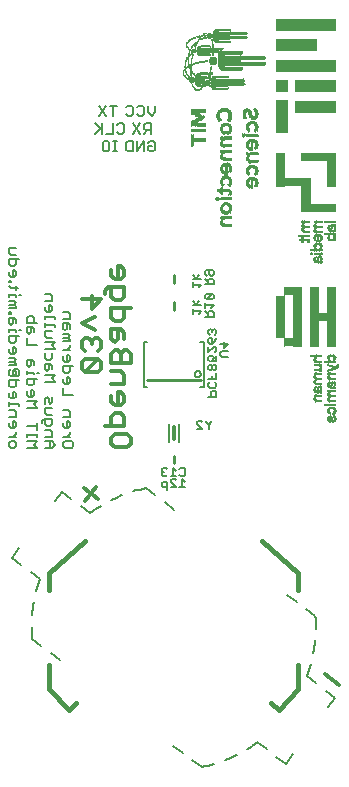
<source format=gbo>
G75*
%MOIN*%
%OFA0B0*%
%FSLAX25Y25*%
%IPPOS*%
%LPD*%
%AMOC8*
5,1,8,0,0,1.08239X$1,22.5*
%
%ADD10R,0.00100X0.01100*%
%ADD11R,0.00100X0.01200*%
%ADD12R,0.00100X0.01300*%
%ADD13R,0.00100X0.01400*%
%ADD14R,0.00100X0.01500*%
%ADD15R,0.00100X0.01000*%
%ADD16R,0.00100X0.00400*%
%ADD17R,0.00100X0.00200*%
%ADD18R,0.00100X0.00800*%
%ADD19R,0.00100X0.00900*%
%ADD20R,0.00100X0.19900*%
%ADD21R,0.00100X0.02800*%
%ADD22R,0.00100X0.11400*%
%ADD23R,0.00100X0.01700*%
%ADD24R,0.00100X0.01600*%
%ADD25R,0.00100X0.02900*%
%ADD26R,0.00100X0.04200*%
%ADD27R,0.00100X0.04100*%
%ADD28R,0.00100X0.02000*%
%ADD29R,0.00100X0.01800*%
%ADD30R,0.00100X0.02500*%
%ADD31R,0.00100X0.02400*%
%ADD32R,0.00100X0.02200*%
%ADD33R,0.00100X0.02600*%
%ADD34R,0.00100X0.02300*%
%ADD35R,0.00100X0.02700*%
%ADD36R,0.00100X0.00700*%
%ADD37R,0.00100X0.02100*%
%ADD38R,0.00100X0.01900*%
%ADD39R,0.00100X0.04000*%
%ADD40R,0.00100X0.00600*%
%ADD41R,0.00100X0.00100*%
%ADD42R,0.00100X0.19700*%
%ADD43R,0.00100X0.11300*%
%ADD44R,0.00100X0.11000*%
%ADD45R,0.00100X0.19800*%
%ADD46R,0.00100X0.14300*%
%ADD47R,0.00100X0.14200*%
%ADD48C,0.00600*%
%ADD49R,0.00200X0.00800*%
%ADD50R,0.00200X0.01000*%
%ADD51R,0.00200X0.01200*%
%ADD52R,0.00200X0.01400*%
%ADD53R,0.00200X0.01600*%
%ADD54R,0.00200X0.00600*%
%ADD55R,0.00200X0.02000*%
%ADD56R,0.00200X0.01800*%
%ADD57R,0.00200X0.02800*%
%ADD58R,0.00200X0.02400*%
%ADD59R,0.00200X0.02600*%
%ADD60R,0.00200X0.03400*%
%ADD61R,0.00200X0.03000*%
%ADD62R,0.00200X0.03600*%
%ADD63R,0.00200X0.03200*%
%ADD64R,0.00200X0.04000*%
%ADD65R,0.00200X0.00400*%
%ADD66R,0.00200X0.00200*%
%ADD67R,0.00200X0.03800*%
%ADD68R,0.00200X0.02200*%
%ADD69R,0.00200X0.04200*%
%ADD70R,0.00200X0.06400*%
%ADD71R,0.00200X0.06600*%
%ADD72R,0.00200X0.06200*%
%ADD73R,0.00200X0.06000*%
%ADD74R,0.00200X0.05600*%
%ADD75R,0.00200X0.04600*%
%ADD76R,0.00200X0.04400*%
%ADD77R,0.00200X0.05000*%
%ADD78R,0.00200X0.05200*%
%ADD79R,0.00200X0.04800*%
%ADD80C,0.01200*%
%ADD81C,0.01600*%
%ADD82C,0.00800*%
%ADD83C,0.00500*%
%ADD84C,0.01000*%
D10*
X0102677Y0181764D03*
X0102677Y0183364D03*
X0106677Y0180264D03*
X0106777Y0181764D03*
X0108677Y0178064D03*
X0107977Y0174264D03*
X0106677Y0174264D03*
X0106077Y0175364D03*
X0106677Y0175864D03*
X0104477Y0177064D03*
X0107577Y0171564D03*
X0108177Y0171664D03*
X0112577Y0179264D03*
X0111258Y0138577D03*
X0111258Y0136977D03*
X0112858Y0134777D03*
X0112958Y0134777D03*
X0113058Y0134777D03*
X0114058Y0135377D03*
X0111258Y0131177D03*
X0112758Y0128377D03*
X0111258Y0126877D03*
X0111358Y0125377D03*
X0111258Y0123877D03*
X0107558Y0128177D03*
X0106058Y0129977D03*
X0106758Y0131177D03*
X0106658Y0132677D03*
X0107958Y0134177D03*
X0108558Y0135277D03*
X0107958Y0135677D03*
X0106658Y0137077D03*
X0106758Y0138577D03*
X0106058Y0124277D03*
X0106658Y0123877D03*
D11*
X0106658Y0125327D03*
X0108158Y0126827D03*
X0108558Y0127927D03*
X0110758Y0125827D03*
X0112158Y0129727D03*
X0113158Y0129427D03*
X0111258Y0132627D03*
X0112658Y0137027D03*
X0113158Y0138027D03*
X0112658Y0138527D03*
X0113958Y0135327D03*
X0106658Y0138527D03*
X0106158Y0131627D03*
X0113258Y0120427D03*
X0112258Y0117127D03*
X0108177Y0170214D03*
X0108577Y0175314D03*
X0111277Y0179214D03*
X0112677Y0177714D03*
X0113177Y0178114D03*
X0112777Y0180714D03*
X0112177Y0182014D03*
X0106677Y0183314D03*
X0102077Y0182214D03*
X0102077Y0180614D03*
X0103977Y0177214D03*
X0104377Y0177114D03*
D12*
X0104277Y0177164D03*
X0104177Y0177164D03*
X0104077Y0177164D03*
X0106077Y0178064D03*
X0106177Y0175364D03*
X0108577Y0171264D03*
X0112677Y0179164D03*
X0113177Y0181764D03*
X0106177Y0182264D03*
X0110758Y0138077D03*
X0112658Y0134777D03*
X0112758Y0134777D03*
X0113858Y0135277D03*
X0110758Y0131577D03*
X0111658Y0128477D03*
X0110758Y0124177D03*
X0110658Y0120477D03*
X0111558Y0118277D03*
X0113258Y0117677D03*
X0106158Y0124277D03*
X0106158Y0129977D03*
X0106158Y0137377D03*
D13*
X0106258Y0131627D03*
X0106658Y0131127D03*
X0107458Y0128027D03*
X0108458Y0127927D03*
X0110658Y0129027D03*
X0112058Y0129527D03*
X0110858Y0125827D03*
X0111258Y0125327D03*
X0110658Y0117727D03*
X0112558Y0134827D03*
X0113658Y0135227D03*
X0113758Y0135227D03*
X0108477Y0171314D03*
X0110777Y0178114D03*
X0111677Y0180814D03*
X0112077Y0181814D03*
X0110677Y0181314D03*
X0106677Y0181714D03*
X0106277Y0182214D03*
X0106177Y0180614D03*
X0102177Y0180614D03*
X0102177Y0182214D03*
D14*
X0106277Y0180564D03*
X0108577Y0178064D03*
X0108477Y0175364D03*
X0107477Y0171364D03*
X0107077Y0170364D03*
X0106077Y0170864D03*
X0113058Y0138077D03*
X0113558Y0135177D03*
X0112458Y0134777D03*
X0112358Y0134777D03*
X0110858Y0131577D03*
X0113058Y0129477D03*
X0110858Y0124177D03*
X0107058Y0126977D03*
X0106058Y0127477D03*
X0106258Y0129977D03*
X0106258Y0124277D03*
X0108458Y0135277D03*
D15*
X0107858Y0134127D03*
X0106758Y0132727D03*
X0106058Y0131627D03*
X0106658Y0129627D03*
X0108158Y0128327D03*
X0108058Y0126727D03*
X0107958Y0126727D03*
X0106958Y0126727D03*
X0106758Y0125427D03*
X0106758Y0123827D03*
X0110658Y0124227D03*
X0110658Y0125827D03*
X0111358Y0126927D03*
X0111158Y0128327D03*
X0111158Y0129727D03*
X0111358Y0131127D03*
X0110658Y0131527D03*
X0111358Y0132727D03*
X0111458Y0132727D03*
X0110758Y0135727D03*
X0111358Y0136927D03*
X0112458Y0136927D03*
X0112558Y0136927D03*
X0112558Y0138627D03*
X0112358Y0138727D03*
X0111358Y0138627D03*
X0110658Y0138027D03*
X0106858Y0138627D03*
X0106058Y0137427D03*
X0112758Y0129827D03*
X0113258Y0129427D03*
X0113358Y0134827D03*
X0113458Y0134927D03*
X0111258Y0121227D03*
X0112658Y0119727D03*
X0112758Y0118427D03*
X0108077Y0170114D03*
X0106977Y0170114D03*
X0105977Y0170814D03*
X0107677Y0171714D03*
X0108577Y0172914D03*
X0107877Y0174214D03*
X0106777Y0174214D03*
X0106777Y0175914D03*
X0106977Y0176014D03*
X0107677Y0176014D03*
X0107977Y0175914D03*
X0108077Y0177314D03*
X0108077Y0178814D03*
X0106577Y0178814D03*
X0106577Y0177414D03*
X0104577Y0177014D03*
X0102677Y0180214D03*
X0101977Y0180614D03*
X0102777Y0183414D03*
X0106077Y0182214D03*
X0106777Y0183414D03*
X0106877Y0183414D03*
X0106077Y0180614D03*
X0110677Y0178114D03*
X0111277Y0177614D03*
X0112477Y0177514D03*
X0112577Y0177614D03*
X0113277Y0178114D03*
X0112477Y0179314D03*
X0112377Y0179314D03*
X0111477Y0179314D03*
X0111377Y0179314D03*
X0111577Y0180614D03*
X0112677Y0180614D03*
X0112777Y0182214D03*
X0112277Y0182214D03*
X0105077Y0172914D03*
D16*
X0101877Y0180614D03*
X0101877Y0182214D03*
X0113358Y0120427D03*
X0113358Y0117727D03*
D17*
X0113358Y0138027D03*
D18*
X0113258Y0136827D03*
X0113158Y0136827D03*
X0113058Y0136827D03*
X0112158Y0136827D03*
X0112058Y0136827D03*
X0111958Y0136827D03*
X0111858Y0136827D03*
X0111758Y0136827D03*
X0110758Y0136827D03*
X0109558Y0136827D03*
X0108658Y0136927D03*
X0108458Y0136927D03*
X0108358Y0136927D03*
X0108258Y0136927D03*
X0108158Y0136927D03*
X0108058Y0136927D03*
X0107958Y0136927D03*
X0107858Y0136927D03*
X0107758Y0136927D03*
X0107658Y0136927D03*
X0107558Y0136927D03*
X0107458Y0136927D03*
X0107358Y0136927D03*
X0107258Y0136927D03*
X0107158Y0136927D03*
X0107058Y0136927D03*
X0106958Y0136927D03*
X0108658Y0138627D03*
X0111558Y0135427D03*
X0111658Y0135427D03*
X0111858Y0135327D03*
X0111958Y0135327D03*
X0112058Y0135227D03*
X0112158Y0135227D03*
X0112158Y0134327D03*
X0112058Y0134327D03*
X0111858Y0134227D03*
X0111758Y0134227D03*
X0111658Y0134227D03*
X0111558Y0134127D03*
X0111458Y0134127D03*
X0111358Y0134127D03*
X0111258Y0134027D03*
X0111158Y0134027D03*
X0110858Y0133927D03*
X0110858Y0132827D03*
X0110758Y0132827D03*
X0110658Y0132827D03*
X0108658Y0132827D03*
X0108558Y0132827D03*
X0108458Y0132827D03*
X0108358Y0132827D03*
X0108258Y0132827D03*
X0108158Y0132827D03*
X0108058Y0132827D03*
X0107958Y0132827D03*
X0107858Y0132827D03*
X0107758Y0132827D03*
X0107658Y0132827D03*
X0107558Y0132827D03*
X0107458Y0132827D03*
X0107358Y0132827D03*
X0107258Y0132827D03*
X0107158Y0132827D03*
X0107058Y0132827D03*
X0106258Y0132827D03*
X0106158Y0132827D03*
X0106058Y0132827D03*
X0107458Y0134027D03*
X0108458Y0134027D03*
X0108558Y0134027D03*
X0108658Y0134027D03*
X0108658Y0129527D03*
X0108558Y0129527D03*
X0108458Y0129527D03*
X0108358Y0129527D03*
X0108258Y0129527D03*
X0108158Y0129527D03*
X0108058Y0129527D03*
X0107958Y0129527D03*
X0107858Y0129527D03*
X0107758Y0129527D03*
X0107658Y0129527D03*
X0107558Y0129527D03*
X0107458Y0129527D03*
X0107358Y0129527D03*
X0107258Y0129527D03*
X0107158Y0129527D03*
X0107058Y0129527D03*
X0106958Y0129527D03*
X0106858Y0129527D03*
X0106758Y0128327D03*
X0107858Y0128427D03*
X0107958Y0128427D03*
X0108558Y0126627D03*
X0108658Y0126627D03*
X0110658Y0127027D03*
X0110758Y0127027D03*
X0110858Y0127027D03*
X0111558Y0127027D03*
X0111658Y0127027D03*
X0111758Y0127027D03*
X0111858Y0127027D03*
X0111958Y0127027D03*
X0112058Y0127027D03*
X0112158Y0127027D03*
X0112258Y0127027D03*
X0112358Y0127027D03*
X0112458Y0127027D03*
X0112558Y0127027D03*
X0112658Y0127027D03*
X0112758Y0127027D03*
X0112858Y0127027D03*
X0112958Y0127027D03*
X0113058Y0127027D03*
X0113158Y0127027D03*
X0113258Y0127027D03*
X0113258Y0128127D03*
X0113058Y0128227D03*
X0112458Y0128227D03*
X0112358Y0128227D03*
X0112258Y0128227D03*
X0112158Y0128227D03*
X0112058Y0128227D03*
X0111458Y0128227D03*
X0111358Y0128227D03*
X0110558Y0129027D03*
X0111358Y0129827D03*
X0112358Y0129927D03*
X0112458Y0129927D03*
X0112558Y0129927D03*
X0112658Y0129927D03*
X0113258Y0131027D03*
X0113258Y0132827D03*
X0113258Y0125427D03*
X0113258Y0123727D03*
X0113158Y0123727D03*
X0113058Y0123727D03*
X0112958Y0123727D03*
X0112858Y0123727D03*
X0112758Y0123727D03*
X0112658Y0123727D03*
X0112558Y0123727D03*
X0112458Y0123727D03*
X0112358Y0123727D03*
X0112258Y0123727D03*
X0112158Y0123727D03*
X0112058Y0123727D03*
X0111958Y0123727D03*
X0111858Y0123727D03*
X0111758Y0123727D03*
X0111658Y0123727D03*
X0111558Y0123727D03*
X0111558Y0122527D03*
X0111458Y0122527D03*
X0111358Y0122527D03*
X0111258Y0122527D03*
X0111158Y0122527D03*
X0111058Y0122527D03*
X0110958Y0122527D03*
X0110858Y0122527D03*
X0110758Y0122527D03*
X0110658Y0122527D03*
X0110158Y0122527D03*
X0110058Y0122527D03*
X0109958Y0122527D03*
X0109858Y0122527D03*
X0109758Y0122527D03*
X0109658Y0122527D03*
X0109558Y0122527D03*
X0108658Y0123727D03*
X0108458Y0123727D03*
X0108358Y0123727D03*
X0108258Y0123727D03*
X0108158Y0123727D03*
X0108058Y0123727D03*
X0107958Y0123727D03*
X0107858Y0123727D03*
X0107758Y0123727D03*
X0107658Y0123727D03*
X0107558Y0123727D03*
X0107458Y0123727D03*
X0107358Y0123727D03*
X0107258Y0123727D03*
X0107158Y0123727D03*
X0107058Y0123727D03*
X0106258Y0125527D03*
X0106158Y0125527D03*
X0106658Y0126727D03*
X0111258Y0118527D03*
X0111358Y0118527D03*
X0112458Y0118627D03*
X0112458Y0116927D03*
X0112558Y0116927D03*
X0112658Y0116927D03*
X0111358Y0116927D03*
X0111258Y0116927D03*
X0111158Y0117027D03*
X0110558Y0117727D03*
X0111658Y0122527D03*
X0111758Y0122527D03*
X0111858Y0122527D03*
X0111958Y0122527D03*
X0112058Y0122527D03*
X0112158Y0122527D03*
X0112258Y0122527D03*
X0112358Y0122527D03*
X0112458Y0122527D03*
X0112558Y0122527D03*
X0112658Y0122527D03*
X0112758Y0122527D03*
X0112858Y0122527D03*
X0112958Y0122527D03*
X0113058Y0122527D03*
X0113158Y0122527D03*
X0113258Y0122527D03*
X0108677Y0170014D03*
X0108577Y0170014D03*
X0107877Y0171814D03*
X0107877Y0172914D03*
X0107977Y0172914D03*
X0108077Y0172914D03*
X0108177Y0172914D03*
X0108277Y0172914D03*
X0108377Y0172914D03*
X0108477Y0172914D03*
X0108677Y0172914D03*
X0107777Y0172914D03*
X0107677Y0172914D03*
X0107577Y0172914D03*
X0107477Y0172914D03*
X0107377Y0172914D03*
X0107277Y0172914D03*
X0107177Y0172914D03*
X0107077Y0172914D03*
X0106977Y0172914D03*
X0106877Y0172914D03*
X0106777Y0172914D03*
X0106677Y0172914D03*
X0106577Y0172914D03*
X0106477Y0172914D03*
X0106377Y0172914D03*
X0106277Y0172914D03*
X0106177Y0172914D03*
X0106077Y0172914D03*
X0105577Y0172914D03*
X0105477Y0172914D03*
X0105377Y0172914D03*
X0105277Y0172914D03*
X0105177Y0172914D03*
X0104977Y0172914D03*
X0104977Y0174114D03*
X0105177Y0174114D03*
X0105277Y0174114D03*
X0105377Y0174114D03*
X0105477Y0174114D03*
X0105577Y0174114D03*
X0105677Y0174114D03*
X0105777Y0174114D03*
X0105877Y0174114D03*
X0105977Y0174114D03*
X0106077Y0174114D03*
X0106177Y0174114D03*
X0107077Y0174114D03*
X0107177Y0174114D03*
X0107277Y0174114D03*
X0107377Y0174114D03*
X0107477Y0174114D03*
X0107577Y0174114D03*
X0108477Y0174114D03*
X0108677Y0174114D03*
X0106877Y0177214D03*
X0105977Y0178114D03*
X0106977Y0179014D03*
X0107577Y0179014D03*
X0107677Y0179014D03*
X0107077Y0180114D03*
X0108677Y0180114D03*
X0109577Y0179314D03*
X0108677Y0181814D03*
X0108677Y0183414D03*
X0109577Y0183414D03*
X0111277Y0182114D03*
X0111377Y0182214D03*
X0112477Y0182314D03*
X0112577Y0182314D03*
X0113277Y0183414D03*
X0113277Y0180514D03*
X0113177Y0180514D03*
X0113277Y0179314D03*
X0112077Y0177414D03*
X0111977Y0177414D03*
X0111877Y0177414D03*
X0105977Y0175314D03*
X0103877Y0177414D03*
X0103777Y0177414D03*
X0103677Y0177414D03*
X0103577Y0177414D03*
X0103477Y0177414D03*
X0103377Y0177414D03*
X0103277Y0177414D03*
X0103177Y0177414D03*
X0103077Y0177414D03*
X0102977Y0177414D03*
X0102877Y0177414D03*
X0102777Y0177414D03*
X0102677Y0177414D03*
X0102577Y0177414D03*
X0101877Y0177414D03*
X0101777Y0177414D03*
X0101677Y0177414D03*
X0101577Y0177414D03*
X0101477Y0177414D03*
X0101377Y0177414D03*
X0101277Y0177414D03*
X0101177Y0177414D03*
X0101077Y0177414D03*
X0101577Y0178914D03*
X0104577Y0180114D03*
X0104577Y0183414D03*
X0101977Y0183414D03*
X0106677Y0170114D03*
D19*
X0106577Y0170164D03*
X0106777Y0170064D03*
X0106877Y0170064D03*
X0107477Y0170064D03*
X0107577Y0170064D03*
X0107677Y0170064D03*
X0107777Y0170064D03*
X0107877Y0170064D03*
X0107977Y0170064D03*
X0108477Y0170064D03*
X0108677Y0171264D03*
X0108077Y0171764D03*
X0107977Y0171764D03*
X0107777Y0171764D03*
X0106777Y0171664D03*
X0106677Y0171664D03*
X0106577Y0171564D03*
X0106877Y0174164D03*
X0106977Y0174164D03*
X0107677Y0174164D03*
X0107777Y0174164D03*
X0108577Y0174064D03*
X0108677Y0175364D03*
X0107877Y0175964D03*
X0107777Y0175964D03*
X0107577Y0176064D03*
X0107477Y0176064D03*
X0107377Y0176064D03*
X0107277Y0176064D03*
X0107177Y0176064D03*
X0107077Y0176064D03*
X0106877Y0175964D03*
X0106977Y0177164D03*
X0106777Y0177264D03*
X0106677Y0177264D03*
X0107977Y0177164D03*
X0107977Y0178864D03*
X0107877Y0178964D03*
X0107777Y0178964D03*
X0106877Y0178964D03*
X0106777Y0178964D03*
X0106677Y0178864D03*
X0106777Y0180164D03*
X0106877Y0180164D03*
X0106977Y0180164D03*
X0107177Y0180164D03*
X0107277Y0180164D03*
X0107377Y0180164D03*
X0107477Y0180164D03*
X0107577Y0180164D03*
X0107677Y0180164D03*
X0107777Y0180164D03*
X0107877Y0180164D03*
X0107977Y0180164D03*
X0108077Y0180164D03*
X0108177Y0180164D03*
X0108277Y0180164D03*
X0108377Y0180164D03*
X0108477Y0180164D03*
X0108577Y0180164D03*
X0109677Y0179364D03*
X0109777Y0179364D03*
X0109877Y0179364D03*
X0109977Y0179364D03*
X0110077Y0179364D03*
X0110177Y0179364D03*
X0110277Y0179364D03*
X0110377Y0179364D03*
X0110477Y0179364D03*
X0110577Y0179364D03*
X0110677Y0179364D03*
X0110777Y0179364D03*
X0111577Y0179364D03*
X0111677Y0179364D03*
X0111777Y0179364D03*
X0111877Y0179364D03*
X0111977Y0179364D03*
X0112077Y0179364D03*
X0112177Y0179364D03*
X0112277Y0179364D03*
X0113177Y0179364D03*
X0112577Y0180564D03*
X0112477Y0180564D03*
X0112377Y0180564D03*
X0112277Y0180564D03*
X0112177Y0180564D03*
X0112077Y0180564D03*
X0111477Y0180564D03*
X0111377Y0180564D03*
X0111277Y0180564D03*
X0111177Y0180664D03*
X0110577Y0181364D03*
X0111177Y0182064D03*
X0112377Y0182264D03*
X0112677Y0182264D03*
X0113277Y0181764D03*
X0113177Y0183464D03*
X0113077Y0183464D03*
X0112977Y0183464D03*
X0112877Y0183464D03*
X0112777Y0183464D03*
X0112677Y0183464D03*
X0112577Y0183464D03*
X0112477Y0183464D03*
X0112377Y0183464D03*
X0112277Y0183464D03*
X0112177Y0183464D03*
X0112077Y0183464D03*
X0111977Y0183464D03*
X0111877Y0183464D03*
X0111777Y0183464D03*
X0111677Y0183464D03*
X0111577Y0183464D03*
X0111477Y0183464D03*
X0111377Y0183464D03*
X0111277Y0183464D03*
X0111177Y0183464D03*
X0111077Y0183464D03*
X0110977Y0183464D03*
X0110877Y0183464D03*
X0110777Y0183464D03*
X0110677Y0183464D03*
X0110577Y0183464D03*
X0110477Y0183464D03*
X0110377Y0183464D03*
X0110277Y0183464D03*
X0110177Y0183464D03*
X0110077Y0183464D03*
X0109977Y0183464D03*
X0109877Y0183464D03*
X0109777Y0183464D03*
X0109677Y0183464D03*
X0108577Y0183464D03*
X0108477Y0183464D03*
X0108377Y0183464D03*
X0108277Y0183464D03*
X0108177Y0183464D03*
X0108077Y0183464D03*
X0107977Y0183464D03*
X0107877Y0183464D03*
X0107777Y0183464D03*
X0107677Y0183464D03*
X0107577Y0183464D03*
X0107477Y0183464D03*
X0107377Y0183464D03*
X0107277Y0183464D03*
X0107177Y0183464D03*
X0107077Y0183464D03*
X0106977Y0183464D03*
X0106277Y0183464D03*
X0106177Y0183464D03*
X0106077Y0183464D03*
X0104477Y0183464D03*
X0104377Y0183464D03*
X0104277Y0183464D03*
X0104177Y0183464D03*
X0104077Y0183464D03*
X0103977Y0183464D03*
X0103877Y0183464D03*
X0103777Y0183464D03*
X0103677Y0183464D03*
X0103577Y0183464D03*
X0103477Y0183464D03*
X0103377Y0183464D03*
X0103277Y0183464D03*
X0103177Y0183464D03*
X0103077Y0183464D03*
X0102977Y0183464D03*
X0102877Y0183464D03*
X0102177Y0183464D03*
X0102077Y0183464D03*
X0101977Y0182264D03*
X0102777Y0181764D03*
X0102877Y0181764D03*
X0102977Y0181764D03*
X0103077Y0181764D03*
X0103177Y0181764D03*
X0103277Y0181764D03*
X0103377Y0181764D03*
X0103477Y0181764D03*
X0103577Y0181764D03*
X0103677Y0181764D03*
X0103777Y0181764D03*
X0103877Y0181764D03*
X0103977Y0181764D03*
X0104077Y0181764D03*
X0104177Y0181764D03*
X0104277Y0181764D03*
X0104377Y0181764D03*
X0104477Y0181764D03*
X0104577Y0181764D03*
X0104477Y0180164D03*
X0104377Y0180164D03*
X0104277Y0180164D03*
X0104177Y0180164D03*
X0104077Y0180164D03*
X0103977Y0180164D03*
X0103877Y0180164D03*
X0103777Y0180164D03*
X0103677Y0180164D03*
X0103577Y0180164D03*
X0103477Y0180164D03*
X0103377Y0180164D03*
X0103277Y0180164D03*
X0103177Y0180164D03*
X0103077Y0180164D03*
X0102977Y0180164D03*
X0102877Y0180164D03*
X0102777Y0180164D03*
X0102777Y0178864D03*
X0102877Y0178864D03*
X0102977Y0178864D03*
X0103077Y0178864D03*
X0103177Y0178864D03*
X0103277Y0178864D03*
X0103377Y0178864D03*
X0103477Y0178864D03*
X0103577Y0178864D03*
X0103677Y0178864D03*
X0103777Y0178864D03*
X0103877Y0178864D03*
X0103977Y0178864D03*
X0104077Y0178864D03*
X0104177Y0178864D03*
X0104277Y0178864D03*
X0104377Y0178864D03*
X0104477Y0178864D03*
X0104577Y0178864D03*
X0102677Y0178864D03*
X0102577Y0178864D03*
X0102477Y0178864D03*
X0102377Y0178864D03*
X0102277Y0178864D03*
X0102177Y0178864D03*
X0102077Y0178864D03*
X0101977Y0178864D03*
X0101477Y0178864D03*
X0101377Y0178864D03*
X0101277Y0178864D03*
X0101177Y0178864D03*
X0101077Y0178864D03*
X0100977Y0178864D03*
X0105077Y0174064D03*
X0106877Y0181764D03*
X0106977Y0181764D03*
X0107077Y0181764D03*
X0107177Y0181764D03*
X0107277Y0181764D03*
X0107377Y0181764D03*
X0107477Y0181764D03*
X0107577Y0181764D03*
X0107677Y0181764D03*
X0107777Y0181764D03*
X0107877Y0181764D03*
X0107977Y0181764D03*
X0108077Y0181764D03*
X0108177Y0181764D03*
X0108277Y0181764D03*
X0108377Y0181764D03*
X0108477Y0181764D03*
X0108577Y0181764D03*
X0111377Y0177564D03*
X0111477Y0177464D03*
X0111577Y0177464D03*
X0111677Y0177464D03*
X0111777Y0177464D03*
X0112177Y0177464D03*
X0112277Y0177464D03*
X0112377Y0177464D03*
X0112258Y0138777D03*
X0112158Y0138777D03*
X0112058Y0138777D03*
X0111958Y0138777D03*
X0111858Y0138777D03*
X0111758Y0138777D03*
X0111658Y0138777D03*
X0111558Y0138777D03*
X0111458Y0138677D03*
X0112458Y0138677D03*
X0113258Y0138077D03*
X0112358Y0136877D03*
X0112258Y0136877D03*
X0111658Y0136877D03*
X0111558Y0136877D03*
X0111458Y0136877D03*
X0110658Y0136877D03*
X0110558Y0136877D03*
X0110458Y0136877D03*
X0110358Y0136877D03*
X0110258Y0136877D03*
X0110158Y0136877D03*
X0110058Y0136877D03*
X0109958Y0136877D03*
X0109858Y0136877D03*
X0109758Y0136877D03*
X0109658Y0136877D03*
X0108558Y0136877D03*
X0107858Y0135777D03*
X0107758Y0135777D03*
X0107658Y0135777D03*
X0107558Y0135777D03*
X0107458Y0135777D03*
X0107358Y0135777D03*
X0107258Y0135777D03*
X0107158Y0135777D03*
X0107058Y0135777D03*
X0106958Y0135777D03*
X0106858Y0135777D03*
X0106758Y0135777D03*
X0106658Y0135777D03*
X0106558Y0135777D03*
X0106458Y0135777D03*
X0106358Y0135777D03*
X0106258Y0135777D03*
X0106158Y0135777D03*
X0106058Y0135777D03*
X0106758Y0136977D03*
X0106858Y0136977D03*
X0106958Y0138677D03*
X0107058Y0138677D03*
X0107158Y0138677D03*
X0107258Y0138677D03*
X0107358Y0138677D03*
X0107458Y0138677D03*
X0107558Y0138677D03*
X0107658Y0138677D03*
X0107758Y0138677D03*
X0107858Y0138677D03*
X0107958Y0138677D03*
X0108058Y0138677D03*
X0108158Y0138677D03*
X0108258Y0138677D03*
X0108358Y0138677D03*
X0108458Y0138677D03*
X0108558Y0138677D03*
X0108658Y0135277D03*
X0107758Y0134077D03*
X0107658Y0134077D03*
X0107558Y0134077D03*
X0107358Y0134077D03*
X0107258Y0134077D03*
X0107158Y0134077D03*
X0107058Y0134077D03*
X0106958Y0134077D03*
X0106858Y0134077D03*
X0106758Y0134077D03*
X0106658Y0134077D03*
X0106558Y0134077D03*
X0106458Y0134077D03*
X0106358Y0134077D03*
X0106258Y0134077D03*
X0106158Y0134077D03*
X0106058Y0134077D03*
X0106858Y0132777D03*
X0106958Y0132777D03*
X0106958Y0131177D03*
X0106858Y0131177D03*
X0107058Y0131177D03*
X0107158Y0131177D03*
X0107258Y0131177D03*
X0107358Y0131177D03*
X0107458Y0131177D03*
X0107558Y0131177D03*
X0107658Y0131177D03*
X0107758Y0131177D03*
X0107858Y0131177D03*
X0107958Y0131177D03*
X0108058Y0131177D03*
X0108158Y0131177D03*
X0108258Y0131177D03*
X0108358Y0131177D03*
X0108458Y0131177D03*
X0108558Y0131177D03*
X0106758Y0129577D03*
X0106658Y0128277D03*
X0106558Y0128177D03*
X0105958Y0127477D03*
X0106558Y0126777D03*
X0106758Y0126677D03*
X0106858Y0126677D03*
X0107458Y0126677D03*
X0107558Y0126677D03*
X0107658Y0126677D03*
X0107758Y0126677D03*
X0107858Y0126677D03*
X0108458Y0126677D03*
X0108458Y0125477D03*
X0108358Y0125477D03*
X0108258Y0125477D03*
X0108158Y0125477D03*
X0108058Y0125477D03*
X0107958Y0125477D03*
X0107858Y0125477D03*
X0107758Y0125477D03*
X0107658Y0125477D03*
X0107558Y0125477D03*
X0107458Y0125477D03*
X0107358Y0125477D03*
X0107258Y0125477D03*
X0107158Y0125477D03*
X0107058Y0125477D03*
X0106958Y0125477D03*
X0106858Y0125477D03*
X0106058Y0125477D03*
X0106858Y0123777D03*
X0106958Y0123777D03*
X0108558Y0123777D03*
X0108558Y0125477D03*
X0108658Y0127877D03*
X0108058Y0128377D03*
X0107758Y0128377D03*
X0107658Y0128377D03*
X0111258Y0128277D03*
X0111558Y0128277D03*
X0112558Y0128277D03*
X0112658Y0128277D03*
X0113158Y0128177D03*
X0112258Y0129877D03*
X0111258Y0129777D03*
X0111458Y0131077D03*
X0111558Y0131077D03*
X0111658Y0131077D03*
X0111758Y0131077D03*
X0111858Y0131077D03*
X0111958Y0131077D03*
X0112058Y0131077D03*
X0112158Y0131077D03*
X0112258Y0131077D03*
X0112358Y0131077D03*
X0112458Y0131077D03*
X0112558Y0131077D03*
X0112658Y0131077D03*
X0112758Y0131077D03*
X0112858Y0131077D03*
X0112958Y0131077D03*
X0113058Y0131077D03*
X0113158Y0131077D03*
X0113158Y0132777D03*
X0113058Y0132777D03*
X0112958Y0132777D03*
X0112858Y0132777D03*
X0112758Y0132777D03*
X0112658Y0132777D03*
X0112558Y0132777D03*
X0112458Y0132777D03*
X0112358Y0132777D03*
X0112258Y0132777D03*
X0112158Y0132777D03*
X0112058Y0132777D03*
X0111958Y0132777D03*
X0111858Y0132777D03*
X0111758Y0132777D03*
X0111658Y0132777D03*
X0111558Y0132777D03*
X0111058Y0133977D03*
X0110958Y0133977D03*
X0110758Y0133877D03*
X0110658Y0133877D03*
X0111958Y0134277D03*
X0111758Y0135377D03*
X0111458Y0135477D03*
X0111358Y0135477D03*
X0111258Y0135577D03*
X0111158Y0135577D03*
X0111058Y0135577D03*
X0110958Y0135677D03*
X0110858Y0135677D03*
X0110658Y0135777D03*
X0113158Y0134777D03*
X0113258Y0134777D03*
X0111458Y0126977D03*
X0111458Y0125377D03*
X0111558Y0125377D03*
X0111658Y0125377D03*
X0111758Y0125377D03*
X0111858Y0125377D03*
X0111958Y0125377D03*
X0112058Y0125377D03*
X0112158Y0125377D03*
X0112258Y0125377D03*
X0112358Y0125377D03*
X0112458Y0125377D03*
X0112558Y0125377D03*
X0112658Y0125377D03*
X0112758Y0125377D03*
X0112858Y0125377D03*
X0112958Y0125377D03*
X0113058Y0125377D03*
X0113158Y0125377D03*
X0111458Y0123777D03*
X0111358Y0123777D03*
X0111458Y0121377D03*
X0111558Y0121377D03*
X0111658Y0121377D03*
X0111758Y0121377D03*
X0111858Y0121377D03*
X0111958Y0121377D03*
X0112058Y0121377D03*
X0112158Y0121377D03*
X0112258Y0121377D03*
X0112358Y0121377D03*
X0112458Y0121277D03*
X0112558Y0121277D03*
X0112658Y0121177D03*
X0111358Y0121277D03*
X0111358Y0119677D03*
X0111258Y0119677D03*
X0111458Y0119577D03*
X0112358Y0119577D03*
X0112458Y0119577D03*
X0112558Y0119677D03*
X0112558Y0118577D03*
X0112658Y0118477D03*
X0111458Y0118477D03*
X0111158Y0118477D03*
X0112358Y0116977D03*
X0112758Y0116977D03*
X0106158Y0138677D03*
X0106058Y0138677D03*
X0105958Y0138677D03*
X0105858Y0138677D03*
X0105758Y0138677D03*
X0105658Y0138677D03*
X0105558Y0138677D03*
X0105458Y0138677D03*
X0105358Y0138677D03*
X0105258Y0138677D03*
X0105158Y0138677D03*
X0105058Y0138677D03*
X0104958Y0138677D03*
D20*
X0104958Y0151877D03*
X0104858Y0151877D03*
X0105058Y0151877D03*
X0105158Y0151877D03*
X0105258Y0151877D03*
X0105358Y0151877D03*
X0105458Y0151877D03*
X0105558Y0151877D03*
X0105658Y0151877D03*
X0105758Y0151877D03*
X0105858Y0151877D03*
X0105958Y0151877D03*
X0106058Y0151877D03*
X0106158Y0151877D03*
X0106258Y0151877D03*
X0106358Y0151877D03*
X0106458Y0151877D03*
X0106558Y0151877D03*
X0106658Y0151877D03*
X0106758Y0151877D03*
X0106858Y0151877D03*
X0106958Y0151877D03*
X0107058Y0151877D03*
X0107158Y0151877D03*
X0107258Y0151877D03*
X0107358Y0151877D03*
X0107458Y0151877D03*
X0107558Y0151877D03*
X0110458Y0151877D03*
X0110558Y0151877D03*
X0110658Y0151877D03*
X0110758Y0151877D03*
X0110858Y0151877D03*
X0110958Y0151877D03*
X0111058Y0151877D03*
X0111158Y0151877D03*
X0111258Y0151877D03*
X0111358Y0151877D03*
X0111458Y0151877D03*
X0111558Y0151877D03*
X0111658Y0151877D03*
X0111758Y0151877D03*
X0111858Y0151877D03*
X0111958Y0151877D03*
X0112058Y0151877D03*
X0112158Y0151877D03*
X0112258Y0151877D03*
X0112358Y0151877D03*
X0112458Y0151877D03*
X0112558Y0151877D03*
X0112658Y0151877D03*
X0112758Y0151877D03*
X0112858Y0151877D03*
X0112958Y0151877D03*
X0113058Y0151877D03*
X0113158Y0151877D03*
X0113258Y0151877D03*
X0101858Y0151877D03*
X0101758Y0151877D03*
X0101658Y0151877D03*
X0101558Y0151877D03*
X0101458Y0151877D03*
X0101358Y0151877D03*
X0101258Y0151877D03*
X0101158Y0151877D03*
X0101058Y0151877D03*
X0100958Y0151877D03*
X0100858Y0151877D03*
X0100758Y0151877D03*
X0100658Y0151877D03*
X0100558Y0151877D03*
X0100458Y0151877D03*
X0100358Y0151877D03*
X0100258Y0151877D03*
X0100158Y0151877D03*
X0100058Y0151877D03*
X0099958Y0151877D03*
X0099858Y0151877D03*
X0099758Y0151877D03*
X0099658Y0151877D03*
X0099558Y0151877D03*
X0099458Y0151877D03*
X0099358Y0151877D03*
X0099258Y0151877D03*
X0099158Y0151877D03*
D21*
X0098958Y0143327D03*
X0098858Y0143327D03*
X0098758Y0143327D03*
X0098658Y0143327D03*
X0098558Y0143327D03*
X0098458Y0143327D03*
X0098358Y0143327D03*
X0098258Y0143327D03*
X0098158Y0143327D03*
X0098058Y0143327D03*
X0097958Y0143327D03*
X0097858Y0143327D03*
X0097758Y0143327D03*
X0097658Y0143327D03*
X0097558Y0143327D03*
X0097458Y0143327D03*
X0097358Y0143327D03*
X0097258Y0143327D03*
X0097158Y0143327D03*
X0097058Y0143327D03*
X0096958Y0143327D03*
X0096858Y0143327D03*
X0096758Y0143327D03*
X0096658Y0143327D03*
X0096558Y0143327D03*
X0096458Y0143327D03*
X0096358Y0143327D03*
X0096358Y0160414D03*
X0096458Y0160414D03*
X0096558Y0160414D03*
X0096658Y0160414D03*
X0096758Y0160414D03*
X0096858Y0160414D03*
X0096958Y0160414D03*
X0097058Y0160414D03*
X0097158Y0160414D03*
X0097258Y0160414D03*
X0097358Y0160414D03*
X0097458Y0160414D03*
X0097558Y0160414D03*
X0097658Y0160414D03*
X0097758Y0160414D03*
X0097858Y0160414D03*
X0097958Y0160414D03*
X0098058Y0160414D03*
X0098158Y0160414D03*
X0098258Y0160414D03*
X0098358Y0160414D03*
X0098458Y0160414D03*
X0098558Y0160414D03*
X0098658Y0160414D03*
X0098758Y0160414D03*
X0098858Y0160414D03*
X0098958Y0160414D03*
X0107177Y0178114D03*
X0107277Y0178114D03*
X0107377Y0178114D03*
X0107477Y0178114D03*
X0104877Y0188114D03*
X0096377Y0196614D03*
X0113277Y0188114D03*
D22*
X0113277Y0200914D03*
X0113177Y0200914D03*
X0113077Y0200914D03*
X0112977Y0200914D03*
X0112877Y0200914D03*
X0112777Y0200914D03*
X0112677Y0200914D03*
X0112577Y0200914D03*
X0112477Y0200914D03*
X0112377Y0200914D03*
X0112277Y0200914D03*
X0112177Y0200914D03*
X0112077Y0200914D03*
X0111977Y0200914D03*
X0111877Y0200914D03*
X0111777Y0200914D03*
X0111677Y0200914D03*
X0111577Y0200914D03*
X0111477Y0200914D03*
X0111377Y0200914D03*
X0111277Y0200914D03*
X0111177Y0200914D03*
X0111077Y0200914D03*
X0110977Y0200914D03*
X0110877Y0200914D03*
X0110777Y0200914D03*
X0110677Y0200914D03*
X0110577Y0200914D03*
X0110477Y0200914D03*
X0104677Y0192414D03*
X0104577Y0192414D03*
X0104477Y0192414D03*
X0104377Y0192414D03*
X0104277Y0192414D03*
X0104177Y0192414D03*
X0104077Y0192414D03*
X0103977Y0192414D03*
X0103877Y0192414D03*
X0103777Y0192414D03*
X0103677Y0192414D03*
X0103577Y0192414D03*
X0103477Y0192414D03*
X0103377Y0192414D03*
X0103277Y0192414D03*
X0103177Y0192414D03*
X0103077Y0192414D03*
X0102977Y0192414D03*
X0102877Y0192414D03*
X0102777Y0192414D03*
X0102677Y0192414D03*
X0102577Y0192414D03*
X0102477Y0192414D03*
X0102377Y0192414D03*
X0102277Y0192414D03*
X0102177Y0192414D03*
X0102077Y0192414D03*
X0101977Y0192414D03*
X0096177Y0200914D03*
X0096077Y0200914D03*
X0095977Y0200914D03*
X0095877Y0200914D03*
X0095777Y0200914D03*
X0095677Y0200914D03*
X0095577Y0200914D03*
X0095477Y0200914D03*
X0095377Y0200914D03*
X0095277Y0200914D03*
X0095177Y0200914D03*
X0095077Y0200914D03*
X0094977Y0200914D03*
X0094877Y0200914D03*
X0094777Y0200914D03*
X0094677Y0200914D03*
X0094577Y0200914D03*
X0094477Y0200914D03*
X0094377Y0200914D03*
X0094277Y0200914D03*
X0094177Y0200914D03*
X0094077Y0200914D03*
X0093977Y0200914D03*
X0093877Y0200914D03*
X0093777Y0200914D03*
X0093677Y0200914D03*
X0093577Y0200914D03*
X0093477Y0200914D03*
D23*
X0101977Y0177364D03*
X0102077Y0177364D03*
X0102177Y0177364D03*
X0102277Y0177364D03*
X0102377Y0177364D03*
X0102477Y0177364D03*
X0106177Y0178064D03*
X0110777Y0181364D03*
X0112258Y0134777D03*
X0110758Y0128977D03*
X0106158Y0127477D03*
X0110758Y0117777D03*
X0112158Y0117377D03*
X0113158Y0117677D03*
D24*
X0113158Y0120427D03*
X0110758Y0120427D03*
X0102277Y0180614D03*
D25*
X0104977Y0188164D03*
X0105077Y0188164D03*
X0105177Y0188164D03*
X0105277Y0188164D03*
X0105377Y0188164D03*
X0105477Y0188164D03*
X0105577Y0188164D03*
X0105677Y0188164D03*
X0105777Y0188164D03*
X0105877Y0188164D03*
X0105977Y0188164D03*
X0106077Y0188164D03*
X0106177Y0188164D03*
X0106277Y0188164D03*
X0106377Y0188164D03*
X0106477Y0188164D03*
X0106577Y0188164D03*
X0106677Y0188164D03*
X0106777Y0188164D03*
X0106877Y0188164D03*
X0106977Y0188164D03*
X0107077Y0188164D03*
X0107177Y0188164D03*
X0107277Y0188164D03*
X0107377Y0188164D03*
X0107477Y0188164D03*
X0107577Y0188164D03*
X0107677Y0188164D03*
X0107777Y0188164D03*
X0107877Y0188164D03*
X0107977Y0188164D03*
X0108077Y0188164D03*
X0108177Y0188164D03*
X0108277Y0188164D03*
X0108377Y0188164D03*
X0108477Y0188164D03*
X0108577Y0188164D03*
X0108677Y0188164D03*
X0108777Y0188164D03*
X0108877Y0188164D03*
X0108977Y0188164D03*
X0109077Y0188164D03*
X0109177Y0188164D03*
X0109277Y0188164D03*
X0109377Y0188164D03*
X0109477Y0188164D03*
X0109577Y0188164D03*
X0109677Y0188164D03*
X0109777Y0188164D03*
X0109877Y0188164D03*
X0109977Y0188164D03*
X0110077Y0188164D03*
X0110177Y0188164D03*
X0110277Y0188164D03*
X0110377Y0188164D03*
X0110477Y0188164D03*
X0110577Y0188164D03*
X0110677Y0188164D03*
X0110777Y0188164D03*
X0110877Y0188164D03*
X0110977Y0188164D03*
X0111077Y0188164D03*
X0111177Y0188164D03*
X0111277Y0188164D03*
X0111377Y0188164D03*
X0111477Y0188164D03*
X0111577Y0188164D03*
X0111677Y0188164D03*
X0111777Y0188164D03*
X0111877Y0188164D03*
X0111977Y0188164D03*
X0112077Y0188164D03*
X0112177Y0188164D03*
X0112277Y0188164D03*
X0112377Y0188164D03*
X0112477Y0188164D03*
X0112577Y0188164D03*
X0112677Y0188164D03*
X0112777Y0188164D03*
X0112877Y0188164D03*
X0112977Y0188164D03*
X0113077Y0188164D03*
X0113177Y0188164D03*
X0110377Y0205164D03*
X0110277Y0205164D03*
X0110177Y0205164D03*
X0110077Y0205164D03*
X0109977Y0205164D03*
X0109877Y0205164D03*
X0109777Y0205164D03*
X0109677Y0205164D03*
X0109577Y0205164D03*
X0109477Y0205164D03*
X0109377Y0205164D03*
X0109277Y0205164D03*
X0109177Y0205164D03*
X0109077Y0205164D03*
X0108977Y0205164D03*
X0108877Y0205164D03*
X0108777Y0205164D03*
X0108677Y0205164D03*
X0108577Y0205164D03*
X0108477Y0205164D03*
X0108377Y0205164D03*
X0108277Y0205164D03*
X0108177Y0205164D03*
X0108077Y0205164D03*
X0107977Y0205164D03*
X0107877Y0205164D03*
X0107777Y0205164D03*
X0107677Y0205164D03*
X0107577Y0205164D03*
X0107477Y0205164D03*
X0107377Y0205164D03*
X0107277Y0205164D03*
X0107177Y0205164D03*
X0107077Y0205164D03*
X0106977Y0205164D03*
X0106877Y0205164D03*
X0106777Y0205164D03*
X0106677Y0205164D03*
X0106577Y0205164D03*
X0106477Y0205164D03*
X0106377Y0205164D03*
X0106277Y0205164D03*
X0106177Y0205164D03*
X0106077Y0205164D03*
X0105977Y0205164D03*
X0105877Y0205164D03*
X0105777Y0205164D03*
X0105677Y0205164D03*
X0105577Y0205164D03*
X0105477Y0205164D03*
X0105377Y0205164D03*
X0105277Y0205164D03*
X0105177Y0205164D03*
X0105077Y0205164D03*
X0104977Y0205164D03*
X0104877Y0205164D03*
X0104777Y0205164D03*
X0104677Y0205164D03*
X0104577Y0205164D03*
X0104477Y0205164D03*
X0104377Y0205164D03*
X0104277Y0205164D03*
X0104177Y0205164D03*
X0104077Y0205164D03*
X0103977Y0205164D03*
X0103877Y0205164D03*
X0103777Y0205164D03*
X0103677Y0205164D03*
X0103577Y0205164D03*
X0103477Y0205164D03*
X0103377Y0205164D03*
X0103277Y0205164D03*
X0103177Y0205164D03*
X0103077Y0205164D03*
X0102977Y0205164D03*
X0102877Y0205164D03*
X0102777Y0205164D03*
X0102677Y0205164D03*
X0102577Y0205164D03*
X0102477Y0205164D03*
X0102377Y0205164D03*
X0102277Y0205164D03*
X0102177Y0205164D03*
X0102077Y0205164D03*
X0101977Y0205164D03*
X0101877Y0196664D03*
X0101777Y0196664D03*
X0101677Y0196664D03*
X0101577Y0196664D03*
X0101477Y0196664D03*
X0101377Y0196664D03*
X0101277Y0196664D03*
X0101177Y0196664D03*
X0101077Y0196664D03*
X0100977Y0196664D03*
X0100877Y0196664D03*
X0100777Y0196664D03*
X0100677Y0196664D03*
X0100577Y0196664D03*
X0100477Y0196664D03*
X0100377Y0196664D03*
X0100277Y0196664D03*
X0100177Y0196664D03*
X0100077Y0196664D03*
X0099977Y0196664D03*
X0099877Y0196664D03*
X0099777Y0196664D03*
X0099677Y0196664D03*
X0099577Y0196664D03*
X0099477Y0196664D03*
X0099377Y0196664D03*
X0099277Y0196664D03*
X0099177Y0196664D03*
X0099077Y0196664D03*
X0098977Y0196664D03*
X0098877Y0196664D03*
X0098777Y0196664D03*
X0098677Y0196664D03*
X0098577Y0196664D03*
X0098477Y0196664D03*
X0098377Y0196664D03*
X0098277Y0196664D03*
X0098177Y0196664D03*
X0098077Y0196664D03*
X0097977Y0196664D03*
X0097877Y0196664D03*
X0097777Y0196664D03*
X0097677Y0196664D03*
X0097577Y0196664D03*
X0097477Y0196664D03*
X0097377Y0196664D03*
X0097277Y0196664D03*
X0097177Y0196664D03*
X0097077Y0196664D03*
X0096977Y0196664D03*
X0096877Y0196664D03*
X0096777Y0196664D03*
X0096677Y0196664D03*
X0096577Y0196664D03*
X0096477Y0196664D03*
X0099058Y0160385D03*
X0107658Y0151877D03*
X0107758Y0151877D03*
X0107858Y0151877D03*
X0107958Y0151877D03*
X0108058Y0151877D03*
X0108158Y0151877D03*
X0108258Y0151877D03*
X0108358Y0151877D03*
X0108458Y0151877D03*
X0108558Y0151877D03*
X0108658Y0151877D03*
X0108758Y0151877D03*
X0108858Y0151877D03*
X0108958Y0151877D03*
X0109058Y0151877D03*
X0109158Y0151877D03*
X0109258Y0151877D03*
X0109358Y0151877D03*
X0109458Y0151877D03*
X0109558Y0151877D03*
X0109658Y0151877D03*
X0109758Y0151877D03*
X0109858Y0151877D03*
X0109958Y0151877D03*
X0110058Y0151877D03*
X0110158Y0151877D03*
X0110258Y0151877D03*
X0110358Y0151877D03*
X0099058Y0143377D03*
D26*
X0102477Y0181814D03*
X0102577Y0181814D03*
X0106477Y0181814D03*
X0106577Y0181814D03*
X0106577Y0221814D03*
X0106677Y0221814D03*
X0106777Y0221814D03*
X0106877Y0221814D03*
X0106977Y0221814D03*
X0107077Y0221814D03*
X0107177Y0221814D03*
X0107277Y0221814D03*
X0107377Y0221814D03*
X0107477Y0221814D03*
X0107577Y0221814D03*
X0107677Y0221814D03*
X0107777Y0221814D03*
X0107877Y0221814D03*
X0107977Y0221814D03*
X0108077Y0221814D03*
X0108177Y0221814D03*
X0108277Y0221814D03*
X0108377Y0221814D03*
X0108477Y0221814D03*
X0108577Y0221814D03*
X0108677Y0221814D03*
X0108777Y0221814D03*
X0108877Y0221814D03*
X0108977Y0221814D03*
X0109077Y0221814D03*
X0109177Y0221814D03*
X0109277Y0221814D03*
X0109377Y0221814D03*
X0109477Y0221814D03*
X0109577Y0221814D03*
X0109677Y0221814D03*
X0109777Y0221814D03*
X0109877Y0221814D03*
X0109977Y0221814D03*
X0110077Y0221814D03*
X0110177Y0221814D03*
X0110277Y0221814D03*
X0110377Y0221814D03*
X0110477Y0221814D03*
X0110577Y0221814D03*
X0110677Y0221814D03*
X0110777Y0221814D03*
X0110877Y0221814D03*
X0110977Y0221814D03*
X0111077Y0221814D03*
X0111177Y0221814D03*
X0111277Y0221814D03*
X0111377Y0221814D03*
X0111477Y0221814D03*
X0111577Y0221814D03*
X0111677Y0221814D03*
X0111777Y0221814D03*
X0111877Y0221814D03*
X0111977Y0221814D03*
X0112077Y0221814D03*
X0112177Y0221814D03*
X0112277Y0221814D03*
X0112377Y0221814D03*
X0112477Y0221814D03*
X0112577Y0221814D03*
X0112677Y0221814D03*
X0112777Y0221814D03*
X0112877Y0221814D03*
X0112977Y0221814D03*
X0113077Y0221814D03*
X0113177Y0221814D03*
X0106477Y0221814D03*
X0106377Y0221814D03*
X0106277Y0221814D03*
X0106177Y0221814D03*
X0106077Y0221814D03*
X0105977Y0221814D03*
X0105877Y0221814D03*
X0105777Y0221814D03*
X0105677Y0221814D03*
X0105577Y0221814D03*
X0105477Y0221814D03*
X0105377Y0221814D03*
X0105277Y0221814D03*
X0105177Y0221814D03*
X0105077Y0221814D03*
X0104977Y0221814D03*
X0104877Y0221814D03*
X0104777Y0221814D03*
X0104677Y0221814D03*
X0104577Y0221814D03*
X0104477Y0221814D03*
X0104377Y0221814D03*
X0104277Y0221814D03*
X0104177Y0221814D03*
X0104077Y0221814D03*
X0103977Y0221814D03*
X0103877Y0221814D03*
X0103777Y0221814D03*
X0103677Y0221814D03*
X0103577Y0221814D03*
X0103477Y0221814D03*
X0103377Y0221814D03*
X0103277Y0221814D03*
X0103177Y0221814D03*
X0103077Y0221814D03*
X0102977Y0221814D03*
X0102877Y0221814D03*
X0102777Y0221814D03*
X0102677Y0221814D03*
X0102577Y0221814D03*
X0102477Y0221814D03*
X0102377Y0221814D03*
X0102277Y0221814D03*
X0102177Y0221814D03*
X0102077Y0221814D03*
X0101977Y0221814D03*
X0101877Y0221814D03*
X0101777Y0221814D03*
X0101677Y0221814D03*
X0101577Y0221814D03*
X0101477Y0221814D03*
X0101377Y0221814D03*
X0101277Y0221814D03*
X0101177Y0221814D03*
X0101077Y0221814D03*
X0100977Y0221814D03*
X0100877Y0221814D03*
X0100777Y0221814D03*
X0100677Y0221814D03*
X0100577Y0221814D03*
X0100477Y0221814D03*
X0100377Y0221814D03*
X0100277Y0221814D03*
X0100177Y0221814D03*
X0100077Y0221814D03*
X0099977Y0221814D03*
X0099877Y0221814D03*
X0097277Y0228714D03*
X0097277Y0235514D03*
X0097377Y0235514D03*
X0097477Y0235514D03*
X0097577Y0235514D03*
X0097677Y0235514D03*
X0097777Y0235514D03*
X0097877Y0235514D03*
X0097977Y0235514D03*
X0098077Y0235514D03*
X0098177Y0235514D03*
X0098277Y0235514D03*
X0098377Y0235514D03*
X0098477Y0235514D03*
X0098577Y0235514D03*
X0098677Y0235514D03*
X0098777Y0235514D03*
X0098877Y0235514D03*
X0098977Y0235514D03*
X0099077Y0235514D03*
X0099177Y0235514D03*
X0099277Y0235514D03*
X0099377Y0235514D03*
X0099477Y0235514D03*
X0099577Y0235514D03*
X0099677Y0235514D03*
X0099777Y0235514D03*
X0099877Y0235514D03*
X0099977Y0235514D03*
X0100077Y0235514D03*
X0100177Y0235514D03*
X0100277Y0235514D03*
X0100377Y0235514D03*
X0100477Y0235514D03*
X0100577Y0235514D03*
X0100677Y0235514D03*
X0100777Y0235514D03*
X0100877Y0235514D03*
X0100977Y0235514D03*
X0101077Y0235514D03*
X0101177Y0235514D03*
X0101277Y0235514D03*
X0101377Y0235514D03*
X0101477Y0235514D03*
X0101577Y0235514D03*
X0101677Y0235514D03*
X0101777Y0235514D03*
X0101877Y0235514D03*
X0101977Y0235514D03*
X0102077Y0235514D03*
X0102177Y0235514D03*
X0102277Y0235514D03*
X0102377Y0235514D03*
X0102477Y0235514D03*
X0102577Y0235514D03*
X0102677Y0235514D03*
X0102777Y0235514D03*
X0102877Y0235514D03*
X0102977Y0235514D03*
X0103077Y0235514D03*
X0103177Y0235514D03*
X0103277Y0235514D03*
X0103377Y0235514D03*
X0103477Y0235514D03*
X0103577Y0235514D03*
X0103677Y0235514D03*
X0103777Y0235514D03*
X0103877Y0235514D03*
X0103977Y0235514D03*
X0104077Y0235514D03*
X0104177Y0235514D03*
X0104277Y0235514D03*
X0104377Y0235514D03*
X0104477Y0235514D03*
X0104577Y0235514D03*
X0104677Y0235514D03*
X0104777Y0235514D03*
X0104877Y0235514D03*
X0104977Y0235514D03*
X0105077Y0235514D03*
X0105177Y0235514D03*
X0105277Y0235514D03*
X0105377Y0235514D03*
X0105477Y0235514D03*
X0105577Y0235514D03*
X0105677Y0235514D03*
X0105777Y0235514D03*
X0105877Y0235514D03*
X0105977Y0235514D03*
X0106077Y0235514D03*
X0106177Y0235514D03*
X0106277Y0235514D03*
X0106377Y0235514D03*
X0106477Y0235514D03*
X0106577Y0235514D03*
X0106677Y0235514D03*
X0106777Y0235514D03*
X0106877Y0235514D03*
X0106977Y0235514D03*
X0107077Y0235514D03*
X0107177Y0235514D03*
X0107277Y0235514D03*
X0107377Y0235514D03*
X0107477Y0235514D03*
X0107577Y0235514D03*
X0107677Y0235514D03*
X0107777Y0235514D03*
X0107877Y0235514D03*
X0107977Y0235514D03*
X0108077Y0235514D03*
X0108177Y0235514D03*
X0108277Y0235514D03*
X0108377Y0235514D03*
X0108477Y0235514D03*
X0108577Y0235514D03*
X0108677Y0235514D03*
X0108777Y0235514D03*
X0108877Y0235514D03*
X0108977Y0235514D03*
X0109077Y0235514D03*
X0109177Y0235514D03*
X0109277Y0235514D03*
X0109377Y0235514D03*
X0109477Y0235514D03*
X0109577Y0235514D03*
X0109677Y0235514D03*
X0109777Y0235514D03*
X0109877Y0235514D03*
X0109977Y0235514D03*
X0110077Y0235514D03*
X0110177Y0235514D03*
X0110277Y0235514D03*
X0110377Y0235514D03*
X0110477Y0235514D03*
X0110577Y0235514D03*
X0110677Y0235514D03*
X0110777Y0235514D03*
X0110877Y0235514D03*
X0110977Y0235514D03*
X0111077Y0235514D03*
X0111177Y0235514D03*
X0111277Y0235514D03*
X0111377Y0235514D03*
X0111477Y0235514D03*
X0111577Y0235514D03*
X0111677Y0235514D03*
X0111777Y0235514D03*
X0111877Y0235514D03*
X0111977Y0235514D03*
X0112077Y0235514D03*
X0112177Y0235514D03*
X0112277Y0235514D03*
X0112377Y0235514D03*
X0112477Y0235514D03*
X0112577Y0235514D03*
X0112677Y0235514D03*
X0112777Y0235514D03*
X0112877Y0235514D03*
X0112977Y0235514D03*
X0113077Y0235514D03*
X0113177Y0235514D03*
X0106777Y0242314D03*
X0106677Y0242314D03*
X0106577Y0242314D03*
X0106477Y0242314D03*
X0106377Y0242314D03*
X0106277Y0242314D03*
X0106177Y0242314D03*
X0106077Y0242314D03*
X0105977Y0242314D03*
X0105877Y0242314D03*
X0105777Y0242314D03*
X0105677Y0242314D03*
X0105577Y0242314D03*
X0105477Y0242314D03*
X0105377Y0242314D03*
X0105277Y0242314D03*
X0105177Y0242314D03*
X0105077Y0242314D03*
X0104977Y0242314D03*
X0104877Y0242314D03*
X0104777Y0242314D03*
X0104677Y0242314D03*
X0104577Y0242314D03*
X0104477Y0242314D03*
X0104377Y0242314D03*
X0104277Y0242314D03*
X0104177Y0242314D03*
X0104077Y0242314D03*
X0103977Y0242314D03*
X0103877Y0242314D03*
X0103777Y0242314D03*
X0103677Y0242314D03*
X0103577Y0242314D03*
X0103477Y0242314D03*
X0103377Y0242314D03*
X0103277Y0242314D03*
X0103177Y0242314D03*
X0103077Y0242314D03*
X0102977Y0242314D03*
X0102877Y0242314D03*
X0102777Y0242314D03*
X0102677Y0242314D03*
X0102577Y0242314D03*
X0102477Y0242314D03*
X0102377Y0242314D03*
X0102277Y0242314D03*
X0102177Y0242314D03*
X0102077Y0242314D03*
X0101977Y0242314D03*
X0101877Y0242314D03*
X0101777Y0242314D03*
X0101677Y0242314D03*
X0101577Y0242314D03*
X0101477Y0242314D03*
X0101377Y0242314D03*
X0101277Y0242314D03*
X0101177Y0242314D03*
X0101077Y0242314D03*
X0100977Y0242314D03*
X0100877Y0242314D03*
X0100777Y0242314D03*
X0100677Y0242314D03*
X0100577Y0242314D03*
X0100477Y0242314D03*
X0100377Y0242314D03*
X0100277Y0242314D03*
X0100177Y0242314D03*
X0100077Y0242314D03*
X0099977Y0242314D03*
X0099877Y0242314D03*
X0099777Y0242314D03*
X0099677Y0242314D03*
X0099577Y0242314D03*
X0099477Y0242314D03*
X0099377Y0242314D03*
X0099277Y0242314D03*
X0099177Y0242314D03*
X0099077Y0242314D03*
X0098977Y0242314D03*
X0098877Y0242314D03*
X0098777Y0242314D03*
X0098677Y0242314D03*
X0098577Y0242314D03*
X0098477Y0242314D03*
X0098377Y0242314D03*
X0098277Y0242314D03*
X0098177Y0242314D03*
X0098077Y0242314D03*
X0097977Y0242314D03*
X0097877Y0242314D03*
X0097777Y0242314D03*
X0097677Y0242314D03*
X0097577Y0242314D03*
X0097477Y0242314D03*
X0097377Y0242314D03*
X0097277Y0242314D03*
X0097177Y0242314D03*
X0097077Y0242314D03*
X0096977Y0242314D03*
X0096877Y0242314D03*
X0096777Y0242314D03*
X0096677Y0242314D03*
X0096577Y0242314D03*
X0096477Y0242314D03*
X0096377Y0242314D03*
X0096277Y0242314D03*
X0096177Y0242314D03*
X0096077Y0242314D03*
X0095977Y0242314D03*
X0095877Y0242314D03*
X0095777Y0242314D03*
X0095677Y0242314D03*
X0095577Y0242314D03*
X0095477Y0242314D03*
X0095377Y0242314D03*
X0095277Y0242314D03*
X0095177Y0242314D03*
X0095077Y0242314D03*
X0094977Y0242314D03*
X0094877Y0242314D03*
X0094777Y0242314D03*
X0094677Y0242314D03*
X0094577Y0242314D03*
X0094477Y0242314D03*
X0094377Y0242314D03*
X0094277Y0242314D03*
X0094177Y0242314D03*
X0094077Y0242314D03*
X0093977Y0242314D03*
X0093877Y0242314D03*
X0093777Y0242314D03*
X0093677Y0242314D03*
X0093577Y0242314D03*
X0093477Y0242314D03*
X0093577Y0249114D03*
X0093677Y0249114D03*
X0093777Y0249114D03*
X0093877Y0249114D03*
X0093977Y0249114D03*
X0094077Y0249114D03*
X0094177Y0249114D03*
X0094277Y0249114D03*
X0094377Y0249114D03*
X0094477Y0249114D03*
X0094577Y0249114D03*
X0094677Y0249114D03*
X0094777Y0249114D03*
X0094877Y0249114D03*
X0094977Y0249114D03*
X0095077Y0249114D03*
X0095177Y0249114D03*
X0095277Y0249114D03*
X0095377Y0249114D03*
X0095477Y0249114D03*
X0095577Y0249114D03*
X0095677Y0249114D03*
X0095777Y0249114D03*
X0095877Y0249114D03*
X0095977Y0249114D03*
X0096077Y0249114D03*
X0096177Y0249114D03*
X0096277Y0249114D03*
X0096377Y0249114D03*
X0096477Y0249114D03*
X0096577Y0249114D03*
X0096677Y0249114D03*
X0096777Y0249114D03*
X0096877Y0249114D03*
X0096977Y0249114D03*
X0097077Y0249114D03*
X0097177Y0249114D03*
X0097277Y0249114D03*
X0097377Y0249114D03*
X0097477Y0249114D03*
X0097577Y0249114D03*
X0097677Y0249114D03*
X0097777Y0249114D03*
X0097877Y0249114D03*
X0097977Y0249114D03*
X0098077Y0249114D03*
X0098177Y0249114D03*
X0098277Y0249114D03*
X0098377Y0249114D03*
X0098477Y0249114D03*
X0098577Y0249114D03*
X0098677Y0249114D03*
X0098777Y0249114D03*
X0098877Y0249114D03*
X0098977Y0249114D03*
X0099077Y0249114D03*
X0099177Y0249114D03*
X0099277Y0249114D03*
X0099377Y0249114D03*
X0099477Y0249114D03*
X0099577Y0249114D03*
X0099677Y0249114D03*
X0099777Y0249114D03*
X0099877Y0249114D03*
X0099977Y0249114D03*
X0100077Y0249114D03*
X0100177Y0249114D03*
X0100277Y0249114D03*
X0100377Y0249114D03*
X0100477Y0249114D03*
X0100577Y0249114D03*
X0100677Y0249114D03*
X0100777Y0249114D03*
X0100877Y0249114D03*
X0100977Y0249114D03*
X0101077Y0249114D03*
X0101177Y0249114D03*
X0101277Y0249114D03*
X0101377Y0249114D03*
X0101477Y0249114D03*
X0101577Y0249114D03*
X0101677Y0249114D03*
X0101777Y0249114D03*
X0101877Y0249114D03*
X0101977Y0249114D03*
X0102077Y0249114D03*
X0102177Y0249114D03*
X0102277Y0249114D03*
X0102377Y0249114D03*
X0102477Y0249114D03*
X0102577Y0249114D03*
X0102677Y0249114D03*
X0102777Y0249114D03*
X0102877Y0249114D03*
X0102977Y0249114D03*
X0103077Y0249114D03*
X0103177Y0249114D03*
X0103277Y0249114D03*
X0103377Y0249114D03*
X0103477Y0249114D03*
X0103577Y0249114D03*
X0103677Y0249114D03*
X0103777Y0249114D03*
X0103877Y0249114D03*
X0103977Y0249114D03*
X0104077Y0249114D03*
X0104177Y0249114D03*
X0104277Y0249114D03*
X0104377Y0249114D03*
X0104477Y0249114D03*
X0104577Y0249114D03*
X0104677Y0249114D03*
X0104777Y0249114D03*
X0104877Y0249114D03*
X0104977Y0249114D03*
X0105077Y0249114D03*
X0105177Y0249114D03*
X0105277Y0249114D03*
X0105377Y0249114D03*
X0105477Y0249114D03*
X0105577Y0249114D03*
X0105677Y0249114D03*
X0105777Y0249114D03*
X0105877Y0249114D03*
X0105977Y0249114D03*
X0106077Y0249114D03*
X0106177Y0249114D03*
X0106277Y0249114D03*
X0106377Y0249114D03*
X0106477Y0249114D03*
X0106577Y0249114D03*
X0106677Y0249114D03*
X0106777Y0249114D03*
X0106877Y0249114D03*
X0106977Y0249114D03*
X0107077Y0249114D03*
X0107177Y0249114D03*
X0107277Y0249114D03*
X0107377Y0249114D03*
X0107477Y0249114D03*
X0107577Y0249114D03*
X0107677Y0249114D03*
X0107777Y0249114D03*
X0107877Y0249114D03*
X0107977Y0249114D03*
X0108077Y0249114D03*
X0108177Y0249114D03*
X0108277Y0249114D03*
X0108377Y0249114D03*
X0108477Y0249114D03*
X0108577Y0249114D03*
X0108677Y0249114D03*
X0108777Y0249114D03*
X0108877Y0249114D03*
X0108977Y0249114D03*
X0109077Y0249114D03*
X0109177Y0249114D03*
X0109277Y0249114D03*
X0109377Y0249114D03*
X0109477Y0249114D03*
X0109577Y0249114D03*
X0109677Y0249114D03*
X0109777Y0249114D03*
X0109877Y0249114D03*
X0109977Y0249114D03*
X0110077Y0249114D03*
X0110177Y0249114D03*
X0110277Y0249114D03*
X0110377Y0249114D03*
X0110477Y0249114D03*
X0110577Y0249114D03*
X0110677Y0249114D03*
X0110777Y0249114D03*
X0110877Y0249114D03*
X0110977Y0249114D03*
X0111077Y0249114D03*
X0111177Y0249114D03*
X0111277Y0249114D03*
X0111377Y0249114D03*
X0111477Y0249114D03*
X0111577Y0249114D03*
X0111677Y0249114D03*
X0111777Y0249114D03*
X0111877Y0249114D03*
X0111977Y0249114D03*
X0112077Y0249114D03*
X0112177Y0249114D03*
X0112277Y0249114D03*
X0112377Y0249114D03*
X0112477Y0249114D03*
X0112577Y0249114D03*
X0112677Y0249114D03*
X0112777Y0249114D03*
X0112877Y0249114D03*
X0112977Y0249114D03*
X0113077Y0249114D03*
X0097177Y0235514D03*
X0097077Y0235514D03*
X0096977Y0235514D03*
X0096877Y0235514D03*
X0096777Y0235514D03*
X0096677Y0235514D03*
X0096577Y0235514D03*
X0096477Y0235514D03*
X0096377Y0235514D03*
X0096277Y0235514D03*
X0096177Y0235514D03*
X0096077Y0235514D03*
X0095977Y0235514D03*
X0095877Y0235514D03*
X0095777Y0235514D03*
X0095677Y0235514D03*
X0095577Y0235514D03*
X0095477Y0235514D03*
X0095377Y0235514D03*
X0095277Y0235514D03*
X0095177Y0235514D03*
X0095077Y0235514D03*
X0094977Y0235514D03*
X0094877Y0235514D03*
X0094777Y0235514D03*
X0094677Y0235514D03*
X0094577Y0235514D03*
X0094477Y0235514D03*
X0094377Y0235514D03*
X0094277Y0235514D03*
X0094177Y0235514D03*
X0094077Y0235514D03*
X0093977Y0235514D03*
X0093877Y0235514D03*
X0093777Y0235514D03*
X0093677Y0235514D03*
X0093577Y0235514D03*
D27*
X0093477Y0235564D03*
X0093477Y0228764D03*
X0093577Y0228764D03*
X0093677Y0228764D03*
X0093777Y0228764D03*
X0093877Y0228764D03*
X0093977Y0228764D03*
X0094077Y0228764D03*
X0094177Y0228764D03*
X0094277Y0228764D03*
X0094377Y0228764D03*
X0094477Y0228764D03*
X0094577Y0228764D03*
X0094677Y0228764D03*
X0094777Y0228764D03*
X0094877Y0228764D03*
X0094977Y0228764D03*
X0095077Y0228764D03*
X0095177Y0228764D03*
X0095277Y0228764D03*
X0095377Y0228764D03*
X0095477Y0228764D03*
X0095577Y0228764D03*
X0095677Y0228764D03*
X0095777Y0228764D03*
X0095877Y0228764D03*
X0095977Y0228764D03*
X0096077Y0228764D03*
X0096177Y0228764D03*
X0096277Y0228764D03*
X0096377Y0228764D03*
X0096477Y0228764D03*
X0096577Y0228764D03*
X0096677Y0228764D03*
X0096777Y0228764D03*
X0096877Y0228764D03*
X0096977Y0228764D03*
X0097077Y0228764D03*
X0097177Y0228764D03*
X0099877Y0228764D03*
X0099977Y0228764D03*
X0100077Y0228764D03*
X0100177Y0228764D03*
X0100277Y0228764D03*
X0100377Y0228764D03*
X0100477Y0228764D03*
X0100577Y0228764D03*
X0100677Y0228764D03*
X0100777Y0228764D03*
X0100877Y0228764D03*
X0100977Y0228764D03*
X0101077Y0228764D03*
X0101177Y0228764D03*
X0101277Y0228764D03*
X0101377Y0228764D03*
X0101477Y0228764D03*
X0101577Y0228764D03*
X0101677Y0228764D03*
X0101777Y0228764D03*
X0101877Y0228764D03*
X0101977Y0228764D03*
X0102077Y0228764D03*
X0102177Y0228764D03*
X0102277Y0228764D03*
X0102377Y0228764D03*
X0102477Y0228764D03*
X0102577Y0228764D03*
X0102677Y0228764D03*
X0102777Y0228764D03*
X0102877Y0228764D03*
X0102977Y0228764D03*
X0103077Y0228764D03*
X0103177Y0228764D03*
X0103277Y0228764D03*
X0103377Y0228764D03*
X0103477Y0228764D03*
X0103577Y0228764D03*
X0103677Y0228764D03*
X0103777Y0228764D03*
X0103877Y0228764D03*
X0103977Y0228764D03*
X0104077Y0228764D03*
X0104177Y0228764D03*
X0104277Y0228764D03*
X0104377Y0228764D03*
X0104477Y0228764D03*
X0104577Y0228764D03*
X0104677Y0228764D03*
X0104777Y0228764D03*
X0104877Y0228764D03*
X0104977Y0228764D03*
X0105077Y0228764D03*
X0105177Y0228764D03*
X0105277Y0228764D03*
X0105377Y0228764D03*
X0105477Y0228764D03*
X0105577Y0228764D03*
X0105677Y0228764D03*
X0105777Y0228764D03*
X0105877Y0228764D03*
X0105977Y0228764D03*
X0106077Y0228764D03*
X0106177Y0228764D03*
X0106277Y0228764D03*
X0106377Y0228764D03*
X0106477Y0228764D03*
X0106577Y0228764D03*
X0106677Y0228764D03*
X0106777Y0228764D03*
X0106877Y0228764D03*
X0106977Y0228764D03*
X0107077Y0228764D03*
X0107177Y0228764D03*
X0107277Y0228764D03*
X0107377Y0228764D03*
X0107477Y0228764D03*
X0107577Y0228764D03*
X0107677Y0228764D03*
X0107777Y0228764D03*
X0107877Y0228764D03*
X0107977Y0228764D03*
X0108077Y0228764D03*
X0108177Y0228764D03*
X0108277Y0228764D03*
X0108377Y0228764D03*
X0108477Y0228764D03*
X0108577Y0228764D03*
X0108677Y0228764D03*
X0108777Y0228764D03*
X0108877Y0228764D03*
X0108977Y0228764D03*
X0109077Y0228764D03*
X0109177Y0228764D03*
X0109277Y0228764D03*
X0109377Y0228764D03*
X0109477Y0228764D03*
X0109577Y0228764D03*
X0109677Y0228764D03*
X0109777Y0228764D03*
X0109877Y0228764D03*
X0109977Y0228764D03*
X0110077Y0228764D03*
X0110177Y0228764D03*
X0110277Y0228764D03*
X0110377Y0228764D03*
X0110477Y0228764D03*
X0110577Y0228764D03*
X0110677Y0228764D03*
X0110777Y0228764D03*
X0110877Y0228764D03*
X0110977Y0228764D03*
X0111077Y0228764D03*
X0111177Y0228764D03*
X0111277Y0228764D03*
X0111377Y0228764D03*
X0111477Y0228764D03*
X0111577Y0228764D03*
X0111677Y0228764D03*
X0111777Y0228764D03*
X0111877Y0228764D03*
X0111977Y0228764D03*
X0112077Y0228764D03*
X0112177Y0228764D03*
X0112277Y0228764D03*
X0112377Y0228764D03*
X0112477Y0228764D03*
X0112577Y0228764D03*
X0112677Y0228764D03*
X0112777Y0228764D03*
X0112877Y0228764D03*
X0112977Y0228764D03*
X0113077Y0228764D03*
X0113177Y0228764D03*
X0106877Y0242364D03*
X0113177Y0249164D03*
X0093477Y0249164D03*
X0102377Y0181864D03*
X0106377Y0181864D03*
X0106458Y0131177D03*
X0106558Y0131177D03*
X0111058Y0125377D03*
X0111158Y0125377D03*
D28*
X0110858Y0129027D03*
X0107158Y0127227D03*
X0112958Y0120427D03*
X0113058Y0117727D03*
X0112058Y0117527D03*
X0111758Y0117827D03*
X0110858Y0117727D03*
X0107177Y0170614D03*
X0106277Y0170814D03*
X0110877Y0181314D03*
D29*
X0108477Y0178014D03*
X0106177Y0170814D03*
X0113058Y0120427D03*
X0111658Y0118027D03*
D30*
X0108358Y0127477D03*
X0108258Y0127477D03*
X0106458Y0124677D03*
X0106358Y0124677D03*
X0110958Y0131977D03*
X0111058Y0131977D03*
X0112858Y0129077D03*
X0108258Y0134877D03*
X0108158Y0134877D03*
X0106358Y0137877D03*
X0106258Y0137877D03*
X0110958Y0137677D03*
X0112958Y0137677D03*
X0108377Y0170864D03*
X0108277Y0170864D03*
X0108277Y0174964D03*
X0108377Y0174964D03*
X0110877Y0178564D03*
X0112877Y0181364D03*
X0112977Y0181364D03*
X0113077Y0178564D03*
X0106377Y0174964D03*
D31*
X0106277Y0174914D03*
X0108177Y0178014D03*
X0107377Y0170814D03*
X0111977Y0181314D03*
X0113077Y0181314D03*
X0102277Y0182714D03*
X0110858Y0137627D03*
X0108358Y0134827D03*
X0112958Y0129027D03*
X0107358Y0127427D03*
X0112758Y0120427D03*
D32*
X0112858Y0120427D03*
X0111058Y0120427D03*
X0111058Y0117727D03*
X0112958Y0117727D03*
X0107258Y0127327D03*
X0110958Y0129027D03*
X0111058Y0129027D03*
X0107277Y0170714D03*
X0108277Y0178014D03*
X0106477Y0178114D03*
X0111877Y0181214D03*
D33*
X0111077Y0178514D03*
X0110977Y0178514D03*
X0112877Y0178514D03*
X0112977Y0178514D03*
X0108177Y0175014D03*
X0108077Y0175014D03*
X0106577Y0175014D03*
X0106477Y0175014D03*
X0106458Y0137827D03*
X0106558Y0137827D03*
X0108058Y0134927D03*
X0111058Y0137727D03*
X0111158Y0137727D03*
X0112758Y0137727D03*
X0112858Y0137727D03*
X0111158Y0131927D03*
X0106558Y0124627D03*
D34*
X0106458Y0127477D03*
X0111158Y0120477D03*
X0112858Y0117677D03*
X0111958Y0128977D03*
X0106477Y0170864D03*
X0111077Y0181364D03*
D35*
X0111177Y0178464D03*
X0112777Y0178464D03*
X0107077Y0178064D03*
D36*
X0105977Y0180564D03*
X0108658Y0131177D03*
X0105958Y0129977D03*
X0108658Y0125477D03*
X0105958Y0124277D03*
X0110558Y0120477D03*
X0112258Y0119577D03*
D37*
X0110958Y0120477D03*
X0110958Y0117777D03*
X0111858Y0117777D03*
X0111958Y0117677D03*
X0111858Y0128877D03*
X0106358Y0127477D03*
X0106258Y0127477D03*
X0106377Y0170864D03*
X0106377Y0178064D03*
X0108377Y0178064D03*
X0110977Y0181364D03*
D38*
X0111777Y0181064D03*
X0106277Y0178064D03*
X0111758Y0128777D03*
X0110858Y0120477D03*
D39*
X0110958Y0125427D03*
X0106358Y0131227D03*
X0099777Y0221814D03*
D40*
X0105977Y0182214D03*
X0110577Y0178114D03*
X0110558Y0138027D03*
X0110558Y0131527D03*
X0110558Y0125827D03*
X0110558Y0124227D03*
X0105958Y0131627D03*
X0105958Y0137427D03*
D41*
X0108777Y0175264D03*
D42*
X0104758Y0151877D03*
D43*
X0104777Y0192364D03*
X0096277Y0200864D03*
D44*
X0096277Y0218414D03*
X0096377Y0218414D03*
X0096477Y0218414D03*
X0096577Y0218414D03*
X0096677Y0218414D03*
X0096777Y0218414D03*
X0096877Y0218414D03*
X0096977Y0218414D03*
X0097077Y0218414D03*
X0097177Y0218414D03*
X0097277Y0218414D03*
X0096177Y0218414D03*
X0096077Y0218414D03*
X0095977Y0218414D03*
X0095877Y0218414D03*
X0095777Y0218414D03*
X0095677Y0218414D03*
X0095577Y0218414D03*
X0095477Y0218414D03*
X0095377Y0218414D03*
X0095277Y0218414D03*
X0095177Y0218414D03*
X0095077Y0218414D03*
X0094977Y0218414D03*
X0094877Y0218414D03*
X0094777Y0218414D03*
X0094677Y0218414D03*
X0094577Y0218414D03*
X0094477Y0218414D03*
X0094377Y0218414D03*
X0094277Y0218414D03*
X0094177Y0218414D03*
X0094077Y0218414D03*
X0093977Y0218414D03*
X0093877Y0218414D03*
X0093777Y0218414D03*
X0093677Y0218414D03*
X0093577Y0218414D03*
X0093477Y0218414D03*
D45*
X0096258Y0151827D03*
D46*
X0096158Y0151877D03*
X0096058Y0151877D03*
X0095958Y0151877D03*
X0095858Y0151877D03*
X0095758Y0151877D03*
X0095658Y0151877D03*
X0095558Y0151877D03*
X0095458Y0151877D03*
X0095358Y0151877D03*
X0095258Y0151877D03*
X0095158Y0151877D03*
X0095058Y0151877D03*
X0094958Y0151877D03*
X0094858Y0151877D03*
X0094758Y0151877D03*
X0094658Y0151877D03*
X0094558Y0151877D03*
X0094458Y0151877D03*
X0094358Y0151877D03*
X0094258Y0151877D03*
X0094158Y0151877D03*
X0094058Y0151877D03*
X0093958Y0151877D03*
X0093858Y0151877D03*
X0093758Y0151877D03*
X0093658Y0151877D03*
X0093558Y0151877D03*
D47*
X0093458Y0151827D03*
D48*
X0052282Y0206993D02*
X0052850Y0207560D01*
X0052850Y0209829D01*
X0052282Y0210396D01*
X0051148Y0210396D01*
X0050581Y0209829D01*
X0050581Y0208694D02*
X0051715Y0208694D01*
X0050581Y0208694D02*
X0050581Y0207560D01*
X0051148Y0206993D01*
X0052282Y0206993D01*
X0049166Y0206993D02*
X0049166Y0210396D01*
X0046898Y0206993D01*
X0046898Y0210396D01*
X0045483Y0210396D02*
X0043782Y0210396D01*
X0043215Y0209829D01*
X0043215Y0207560D01*
X0043782Y0206993D01*
X0045483Y0206993D01*
X0045483Y0210396D01*
X0045421Y0212898D02*
X0047690Y0216301D01*
X0049105Y0215734D02*
X0049105Y0214600D01*
X0049672Y0214033D01*
X0051373Y0214033D01*
X0050239Y0214033D02*
X0049105Y0212898D01*
X0047690Y0212898D02*
X0045421Y0216301D01*
X0044916Y0218804D02*
X0043782Y0218804D01*
X0043215Y0219371D01*
X0044916Y0218804D02*
X0045483Y0219371D01*
X0045483Y0221640D01*
X0044916Y0222207D01*
X0043782Y0222207D01*
X0043215Y0221640D01*
X0040054Y0222207D02*
X0037786Y0222207D01*
X0038920Y0222207D02*
X0038920Y0218804D01*
X0038832Y0216301D02*
X0038832Y0212898D01*
X0036563Y0212898D01*
X0035149Y0212898D02*
X0035149Y0216301D01*
X0034582Y0214600D02*
X0032880Y0212898D01*
X0035149Y0214033D02*
X0032880Y0216301D01*
X0034103Y0218804D02*
X0036371Y0222207D01*
X0034103Y0222207D02*
X0036371Y0218804D01*
X0035897Y0210396D02*
X0035330Y0209829D01*
X0035330Y0207560D01*
X0035897Y0206993D01*
X0037032Y0206993D01*
X0037599Y0207560D01*
X0037599Y0209829D01*
X0037032Y0210396D01*
X0035897Y0210396D01*
X0038920Y0210396D02*
X0040054Y0210396D01*
X0039487Y0210396D02*
X0039487Y0206993D01*
X0040054Y0206993D02*
X0038920Y0206993D01*
X0040814Y0212898D02*
X0040246Y0213466D01*
X0040814Y0212898D02*
X0041948Y0212898D01*
X0042515Y0213466D01*
X0042515Y0215734D01*
X0041948Y0216301D01*
X0040814Y0216301D01*
X0040246Y0215734D01*
X0046898Y0219371D02*
X0047465Y0218804D01*
X0048599Y0218804D01*
X0049166Y0219371D01*
X0049166Y0221640D01*
X0048599Y0222207D01*
X0047465Y0222207D01*
X0046898Y0221640D01*
X0050581Y0222207D02*
X0050581Y0219938D01*
X0051715Y0218804D01*
X0052850Y0219938D01*
X0052850Y0222207D01*
X0051373Y0216301D02*
X0049672Y0216301D01*
X0049105Y0215734D01*
X0051373Y0216301D02*
X0051373Y0212898D01*
X0023938Y0153314D02*
X0022237Y0153314D01*
X0023938Y0153314D02*
X0024506Y0152747D01*
X0024506Y0151046D01*
X0022237Y0151046D01*
X0022237Y0149631D02*
X0022237Y0147930D01*
X0022804Y0147362D01*
X0023371Y0147930D01*
X0023371Y0149631D01*
X0023938Y0149631D02*
X0022237Y0149631D01*
X0023938Y0149631D02*
X0024506Y0149064D01*
X0024506Y0147930D01*
X0023938Y0145948D02*
X0022237Y0145948D01*
X0022237Y0144814D02*
X0023938Y0144814D01*
X0024506Y0145381D01*
X0023938Y0145948D01*
X0023938Y0144814D02*
X0024506Y0144246D01*
X0024506Y0143679D01*
X0022237Y0143679D01*
X0019640Y0143492D02*
X0016237Y0143492D01*
X0016804Y0144907D02*
X0016237Y0145474D01*
X0016237Y0147176D01*
X0018506Y0147176D01*
X0019640Y0148590D02*
X0019640Y0149157D01*
X0016237Y0149157D01*
X0016237Y0148590D02*
X0016237Y0149724D01*
X0016237Y0151046D02*
X0016237Y0152180D01*
X0016237Y0151613D02*
X0019640Y0151613D01*
X0019640Y0151046D01*
X0017938Y0153501D02*
X0018506Y0154068D01*
X0018506Y0155202D01*
X0017938Y0155770D01*
X0017371Y0155770D01*
X0017371Y0153501D01*
X0016804Y0153501D02*
X0017938Y0153501D01*
X0016804Y0153501D02*
X0016237Y0154068D01*
X0016237Y0155202D01*
X0016237Y0157184D02*
X0018506Y0157184D01*
X0018506Y0158886D01*
X0017938Y0159453D01*
X0016237Y0159453D01*
X0011938Y0152086D02*
X0012506Y0151519D01*
X0012506Y0149818D01*
X0013640Y0149818D02*
X0010237Y0149818D01*
X0010237Y0151519D01*
X0010804Y0152086D01*
X0011938Y0152086D01*
X0011938Y0148403D02*
X0010237Y0148403D01*
X0010237Y0146702D01*
X0010804Y0146135D01*
X0011371Y0146702D01*
X0011371Y0148403D01*
X0011938Y0148403D02*
X0012506Y0147836D01*
X0012506Y0146702D01*
X0010237Y0144720D02*
X0010237Y0142452D01*
X0013640Y0142452D01*
X0011938Y0137354D02*
X0010237Y0137354D01*
X0010237Y0135652D01*
X0010804Y0135085D01*
X0011371Y0135652D01*
X0011371Y0137354D01*
X0011938Y0137354D02*
X0012506Y0136787D01*
X0012506Y0135652D01*
X0012506Y0133197D02*
X0010237Y0133197D01*
X0010237Y0132630D02*
X0010237Y0133764D01*
X0012506Y0133197D02*
X0012506Y0132630D01*
X0013640Y0133197D02*
X0014207Y0133197D01*
X0013640Y0131215D02*
X0010237Y0131215D01*
X0010237Y0129514D01*
X0010804Y0128947D01*
X0011938Y0128947D01*
X0012506Y0129514D01*
X0012506Y0131215D01*
X0011938Y0127532D02*
X0011371Y0127532D01*
X0011371Y0125264D01*
X0010804Y0125264D02*
X0011938Y0125264D01*
X0012506Y0125831D01*
X0012506Y0126965D01*
X0011938Y0127532D01*
X0010237Y0126965D02*
X0010237Y0125831D01*
X0010804Y0125264D01*
X0010237Y0123849D02*
X0013640Y0123849D01*
X0012506Y0122715D01*
X0013640Y0121580D01*
X0010237Y0121580D01*
X0007640Y0122194D02*
X0007640Y0122761D01*
X0004237Y0122761D01*
X0004237Y0122194D02*
X0004237Y0123329D01*
X0004804Y0124650D02*
X0005938Y0124650D01*
X0006506Y0125217D01*
X0006506Y0126351D01*
X0005938Y0126918D01*
X0005371Y0126918D01*
X0005371Y0124650D01*
X0004804Y0124650D02*
X0004237Y0125217D01*
X0004237Y0126351D01*
X0004804Y0128333D02*
X0005938Y0128333D01*
X0006506Y0128900D01*
X0006506Y0130601D01*
X0007640Y0130601D02*
X0004237Y0130601D01*
X0004237Y0128900D01*
X0004804Y0128333D01*
X0004804Y0132016D02*
X0007073Y0132016D01*
X0007640Y0132583D01*
X0007640Y0133717D01*
X0007073Y0134285D01*
X0005938Y0134285D01*
X0005371Y0133717D01*
X0006506Y0133717D01*
X0006506Y0132583D01*
X0005371Y0132583D01*
X0005371Y0133717D01*
X0004804Y0134285D02*
X0004237Y0133717D01*
X0004237Y0132583D01*
X0004804Y0132016D01*
X0004237Y0135699D02*
X0006506Y0135699D01*
X0006506Y0136266D01*
X0005938Y0136833D01*
X0006506Y0137401D01*
X0005938Y0137968D01*
X0004237Y0137968D01*
X0004237Y0136833D02*
X0005938Y0136833D01*
X0005938Y0139382D02*
X0004804Y0139382D01*
X0004237Y0139949D01*
X0004237Y0141084D01*
X0005371Y0141651D02*
X0005371Y0139382D01*
X0005938Y0139382D02*
X0006506Y0139949D01*
X0006506Y0141084D01*
X0005938Y0141651D01*
X0005371Y0141651D01*
X0004804Y0143065D02*
X0005938Y0143065D01*
X0006506Y0143633D01*
X0006506Y0145334D01*
X0007640Y0145334D02*
X0004237Y0145334D01*
X0004237Y0143633D01*
X0004804Y0143065D01*
X0004237Y0146749D02*
X0004237Y0147883D01*
X0004237Y0147316D02*
X0006506Y0147316D01*
X0006506Y0146749D01*
X0007640Y0147316D02*
X0008207Y0147316D01*
X0006506Y0149771D02*
X0006506Y0150905D01*
X0005938Y0151473D01*
X0004237Y0151473D01*
X0004237Y0149771D01*
X0004804Y0149204D01*
X0005371Y0149771D01*
X0005371Y0151473D01*
X0004804Y0152887D02*
X0004804Y0153454D01*
X0004237Y0153454D01*
X0004237Y0152887D01*
X0004804Y0152887D01*
X0004237Y0154729D02*
X0006506Y0154729D01*
X0006506Y0155296D01*
X0005938Y0155863D01*
X0006506Y0156430D01*
X0005938Y0156997D01*
X0004237Y0156997D01*
X0004237Y0155863D02*
X0005938Y0155863D01*
X0006506Y0158412D02*
X0006506Y0158979D01*
X0004237Y0158979D01*
X0004237Y0158412D02*
X0004237Y0159546D01*
X0004804Y0161434D02*
X0004237Y0162002D01*
X0004804Y0161434D02*
X0007073Y0161434D01*
X0006506Y0160867D02*
X0006506Y0162002D01*
X0004804Y0163323D02*
X0004804Y0163890D01*
X0004237Y0163890D01*
X0004237Y0163323D01*
X0004804Y0163323D01*
X0004804Y0165164D02*
X0005938Y0165164D01*
X0006506Y0165731D01*
X0006506Y0166866D01*
X0005938Y0167433D01*
X0005371Y0167433D01*
X0005371Y0165164D01*
X0004804Y0165164D02*
X0004237Y0165731D01*
X0004237Y0166866D01*
X0004804Y0168847D02*
X0005938Y0168847D01*
X0006506Y0169415D01*
X0006506Y0171116D01*
X0007640Y0171116D02*
X0004237Y0171116D01*
X0004237Y0169415D01*
X0004804Y0168847D01*
X0004804Y0172531D02*
X0004237Y0173098D01*
X0004237Y0174799D01*
X0006506Y0174799D01*
X0006506Y0172531D02*
X0004804Y0172531D01*
X0007640Y0158979D02*
X0008207Y0158979D01*
X0016804Y0144907D02*
X0018506Y0144907D01*
X0019640Y0143492D02*
X0018506Y0142358D01*
X0019640Y0141224D01*
X0016237Y0141224D01*
X0016237Y0139809D02*
X0016237Y0138108D01*
X0016804Y0137541D01*
X0017938Y0137541D01*
X0018506Y0138108D01*
X0018506Y0139809D01*
X0017938Y0136126D02*
X0016237Y0136126D01*
X0016237Y0134425D01*
X0016804Y0133858D01*
X0017371Y0134425D01*
X0017371Y0136126D01*
X0017938Y0136126D02*
X0018506Y0135559D01*
X0018506Y0134425D01*
X0019640Y0132443D02*
X0016237Y0132443D01*
X0016237Y0130174D02*
X0019640Y0130174D01*
X0018506Y0131309D01*
X0019640Y0132443D01*
X0022237Y0131262D02*
X0022237Y0130128D01*
X0022804Y0129561D01*
X0023938Y0129561D01*
X0024506Y0130128D01*
X0024506Y0131262D01*
X0023938Y0131829D01*
X0023371Y0131829D01*
X0023371Y0129561D01*
X0022237Y0128146D02*
X0022237Y0125877D01*
X0025640Y0125877D01*
X0023938Y0120780D02*
X0022237Y0120780D01*
X0023938Y0120780D02*
X0024506Y0120213D01*
X0024506Y0118511D01*
X0022237Y0118511D01*
X0023371Y0117097D02*
X0023371Y0114828D01*
X0022804Y0114828D02*
X0023938Y0114828D01*
X0024506Y0115395D01*
X0024506Y0116529D01*
X0023938Y0117097D01*
X0023371Y0117097D01*
X0022237Y0116529D02*
X0022237Y0115395D01*
X0022804Y0114828D01*
X0024506Y0113460D02*
X0024506Y0112893D01*
X0023371Y0111759D01*
X0022237Y0111759D02*
X0024506Y0111759D01*
X0025073Y0110344D02*
X0025640Y0109777D01*
X0025640Y0108643D01*
X0025073Y0108076D01*
X0022804Y0108076D01*
X0022237Y0108643D01*
X0022237Y0109777D01*
X0022804Y0110344D01*
X0025073Y0110344D01*
X0019640Y0109210D02*
X0018506Y0110344D01*
X0016237Y0110344D01*
X0016237Y0111759D02*
X0018506Y0111759D01*
X0018506Y0113460D01*
X0017938Y0114027D01*
X0016237Y0114027D01*
X0016804Y0115442D02*
X0016237Y0116009D01*
X0016237Y0117710D01*
X0015670Y0117710D02*
X0018506Y0117710D01*
X0018506Y0116009D01*
X0017938Y0115442D01*
X0016804Y0115442D01*
X0015103Y0116576D02*
X0015103Y0117143D01*
X0015670Y0117710D01*
X0016804Y0119125D02*
X0016237Y0119692D01*
X0016237Y0121394D01*
X0018506Y0121394D01*
X0017938Y0122808D02*
X0017371Y0123375D01*
X0017371Y0124510D01*
X0016804Y0125077D01*
X0016237Y0124510D01*
X0016237Y0122808D01*
X0017938Y0122808D02*
X0018506Y0123375D01*
X0018506Y0125077D01*
X0018506Y0119125D02*
X0016804Y0119125D01*
X0013640Y0116483D02*
X0013640Y0114214D01*
X0013640Y0115348D02*
X0010237Y0115348D01*
X0010237Y0112893D02*
X0010237Y0111759D01*
X0010237Y0112326D02*
X0013640Y0112326D01*
X0013640Y0111759D02*
X0013640Y0112893D01*
X0013640Y0110344D02*
X0010237Y0110344D01*
X0010237Y0108076D02*
X0013640Y0108076D01*
X0012506Y0109210D01*
X0013640Y0110344D01*
X0016237Y0108076D02*
X0018506Y0108076D01*
X0019640Y0109210D01*
X0017938Y0108076D02*
X0017938Y0110344D01*
X0022804Y0133244D02*
X0022237Y0133811D01*
X0022237Y0135512D01*
X0025640Y0135512D01*
X0024506Y0135512D02*
X0024506Y0133811D01*
X0023938Y0133244D01*
X0022804Y0133244D01*
X0022804Y0136927D02*
X0023938Y0136927D01*
X0024506Y0137494D01*
X0024506Y0138628D01*
X0023938Y0139195D01*
X0023371Y0139195D01*
X0023371Y0136927D01*
X0022804Y0136927D02*
X0022237Y0137494D01*
X0022237Y0138628D01*
X0022237Y0140610D02*
X0024506Y0140610D01*
X0024506Y0141744D02*
X0024506Y0142311D01*
X0024506Y0141744D02*
X0023371Y0140610D01*
X0005938Y0120780D02*
X0004237Y0120780D01*
X0005938Y0120780D02*
X0006506Y0120213D01*
X0006506Y0118511D01*
X0004237Y0118511D01*
X0005371Y0117097D02*
X0005371Y0114828D01*
X0004804Y0114828D02*
X0005938Y0114828D01*
X0006506Y0115395D01*
X0006506Y0116529D01*
X0005938Y0117097D01*
X0005371Y0117097D01*
X0004237Y0116529D02*
X0004237Y0115395D01*
X0004804Y0114828D01*
X0006506Y0113460D02*
X0006506Y0112893D01*
X0005371Y0111759D01*
X0004237Y0111759D02*
X0006506Y0111759D01*
X0005938Y0110344D02*
X0006506Y0109777D01*
X0006506Y0108643D01*
X0005938Y0108076D01*
X0004804Y0108076D01*
X0004237Y0108643D01*
X0004237Y0109777D01*
X0004804Y0110344D01*
X0005938Y0110344D01*
D49*
X0065416Y0229102D03*
X0066216Y0230702D03*
X0064216Y0231902D03*
X0063816Y0232502D03*
X0063616Y0232902D03*
X0065416Y0233302D03*
X0068216Y0228902D03*
X0068416Y0228902D03*
X0068616Y0228902D03*
X0069216Y0228902D03*
X0069416Y0228902D03*
X0071416Y0229902D03*
X0070616Y0231502D03*
X0070416Y0231502D03*
X0070216Y0231502D03*
X0073416Y0231702D03*
X0073616Y0231702D03*
X0073816Y0231702D03*
X0074016Y0231702D03*
X0074216Y0231702D03*
X0074416Y0231702D03*
X0074616Y0231702D03*
X0074816Y0231702D03*
X0075016Y0231702D03*
X0075216Y0231702D03*
X0075416Y0231702D03*
X0075616Y0231702D03*
X0075816Y0231702D03*
X0076016Y0231702D03*
X0076216Y0231702D03*
X0076416Y0231702D03*
X0076616Y0231702D03*
X0076816Y0231702D03*
X0077016Y0231702D03*
X0077216Y0231702D03*
X0077216Y0227902D03*
X0077016Y0227902D03*
X0076816Y0227902D03*
X0076616Y0227902D03*
X0076416Y0227902D03*
X0076216Y0227902D03*
X0076016Y0227902D03*
X0075816Y0227902D03*
X0075616Y0227902D03*
X0075416Y0227902D03*
X0075216Y0227902D03*
X0075016Y0227902D03*
X0074816Y0227902D03*
X0074616Y0227902D03*
X0074416Y0227902D03*
X0074216Y0227902D03*
X0074016Y0227902D03*
X0073816Y0227902D03*
X0073616Y0227902D03*
X0073416Y0227902D03*
X0069416Y0218302D03*
X0078616Y0214502D03*
X0082016Y0212302D03*
X0083016Y0212302D03*
X0087416Y0219302D03*
X0086016Y0220702D03*
X0082816Y0229302D03*
X0082816Y0230502D03*
X0075416Y0241102D03*
X0075216Y0241102D03*
X0075016Y0241102D03*
X0074816Y0241102D03*
X0074616Y0241102D03*
X0074416Y0241102D03*
X0074216Y0241102D03*
X0074016Y0241102D03*
X0073816Y0241102D03*
X0073616Y0241102D03*
X0073416Y0241102D03*
X0073216Y0241102D03*
X0073016Y0241102D03*
X0072816Y0241102D03*
X0072016Y0241102D03*
X0071816Y0241102D03*
X0071616Y0241102D03*
X0071416Y0241102D03*
X0071216Y0241102D03*
X0068816Y0245502D03*
X0068616Y0245502D03*
X0068216Y0245102D03*
X0067616Y0244102D03*
X0067416Y0243902D03*
X0067216Y0243502D03*
X0066816Y0240502D03*
X0065416Y0240502D03*
X0064816Y0240902D03*
X0065016Y0241302D03*
X0074216Y0243502D03*
X0074416Y0243502D03*
X0074616Y0243502D03*
X0074816Y0243502D03*
X0075016Y0243502D03*
X0075216Y0243502D03*
X0075416Y0243502D03*
X0075616Y0243502D03*
X0075816Y0243502D03*
X0076016Y0243502D03*
X0076216Y0243502D03*
X0076416Y0243502D03*
X0076616Y0243502D03*
X0076816Y0243502D03*
X0077016Y0243502D03*
X0077216Y0243502D03*
X0077416Y0243502D03*
X0077616Y0243502D03*
X0077816Y0243502D03*
X0078016Y0243502D03*
X0078016Y0247302D03*
X0077816Y0247302D03*
X0077616Y0247302D03*
X0077416Y0247302D03*
X0077216Y0247302D03*
X0077016Y0247302D03*
X0076816Y0247302D03*
X0076616Y0247302D03*
X0076416Y0247302D03*
X0076216Y0247302D03*
X0076016Y0247302D03*
X0075816Y0247302D03*
X0075616Y0247302D03*
X0075416Y0247302D03*
X0075216Y0247302D03*
X0075016Y0247302D03*
X0074816Y0247302D03*
X0074616Y0247302D03*
X0074416Y0247302D03*
X0074216Y0247302D03*
X0083616Y0246102D03*
X0083616Y0244702D03*
X0089816Y0238102D03*
X0087416Y0200302D03*
X0078616Y0193102D03*
X0077616Y0195902D03*
X0074816Y0191102D03*
X0074816Y0184702D03*
X0078616Y0187902D03*
D50*
X0077016Y0189402D03*
X0076816Y0189402D03*
X0076616Y0189402D03*
X0076416Y0189402D03*
X0076416Y0191002D03*
X0076616Y0191002D03*
X0076816Y0191002D03*
X0077016Y0191002D03*
X0077216Y0191002D03*
X0077416Y0191002D03*
X0077616Y0191002D03*
X0077816Y0191002D03*
X0078016Y0191002D03*
X0078216Y0191002D03*
X0078416Y0191002D03*
X0077616Y0193802D03*
X0077416Y0193802D03*
X0077216Y0193802D03*
X0077016Y0193802D03*
X0076816Y0193802D03*
X0076616Y0193802D03*
X0076416Y0193802D03*
X0076216Y0193802D03*
X0076016Y0193802D03*
X0075816Y0193802D03*
X0074416Y0193802D03*
X0074216Y0193802D03*
X0074016Y0193802D03*
X0073816Y0193802D03*
X0074216Y0191202D03*
X0073416Y0191202D03*
X0075016Y0191002D03*
X0075216Y0191002D03*
X0075416Y0191002D03*
X0075616Y0191002D03*
X0075816Y0191002D03*
X0076016Y0191002D03*
X0076216Y0191002D03*
X0076416Y0184802D03*
X0076616Y0184802D03*
X0076816Y0184802D03*
X0077016Y0184802D03*
X0077216Y0184802D03*
X0077416Y0184802D03*
X0077616Y0184802D03*
X0077816Y0184802D03*
X0078016Y0184802D03*
X0078216Y0184802D03*
X0078416Y0184802D03*
X0078416Y0182202D03*
X0078216Y0182202D03*
X0078016Y0182202D03*
X0077816Y0182202D03*
X0077616Y0182202D03*
X0077416Y0182202D03*
X0077216Y0182202D03*
X0077016Y0182202D03*
X0076816Y0182202D03*
X0076616Y0182202D03*
X0076416Y0182202D03*
X0076216Y0182202D03*
X0075016Y0184802D03*
X0076216Y0199802D03*
X0077216Y0202602D03*
X0077216Y0204202D03*
X0077416Y0204202D03*
X0077616Y0204202D03*
X0077816Y0204202D03*
X0078016Y0204202D03*
X0078216Y0204202D03*
X0078416Y0204202D03*
X0077016Y0204202D03*
X0076816Y0204202D03*
X0076616Y0204202D03*
X0076616Y0206802D03*
X0076816Y0206802D03*
X0077016Y0206802D03*
X0077216Y0206802D03*
X0077416Y0206802D03*
X0077616Y0206802D03*
X0077816Y0206802D03*
X0078016Y0206802D03*
X0078216Y0206802D03*
X0078416Y0206802D03*
X0078416Y0208602D03*
X0078216Y0208602D03*
X0078016Y0208602D03*
X0077816Y0208602D03*
X0077616Y0208602D03*
X0077416Y0208602D03*
X0077216Y0208602D03*
X0077016Y0208602D03*
X0076816Y0208602D03*
X0076616Y0208602D03*
X0076416Y0208602D03*
X0076416Y0206802D03*
X0076216Y0206802D03*
X0075016Y0206802D03*
X0074816Y0206802D03*
X0074816Y0211202D03*
X0076216Y0213002D03*
X0076416Y0213002D03*
X0076616Y0213002D03*
X0076816Y0213002D03*
X0077016Y0213002D03*
X0077016Y0215802D03*
X0077216Y0215802D03*
X0076816Y0215802D03*
X0076616Y0215802D03*
X0076416Y0215802D03*
X0076216Y0215802D03*
X0077416Y0217402D03*
X0078616Y0218602D03*
X0074816Y0217402D03*
X0069216Y0218202D03*
X0069216Y0213802D03*
X0069416Y0213802D03*
X0069616Y0213802D03*
X0069816Y0213802D03*
X0069016Y0213802D03*
X0068816Y0213802D03*
X0068616Y0213802D03*
X0068416Y0213802D03*
X0068216Y0213802D03*
X0068016Y0213802D03*
X0067816Y0213802D03*
X0067616Y0213802D03*
X0067416Y0213802D03*
X0067216Y0213802D03*
X0067016Y0213802D03*
X0066816Y0213802D03*
X0066616Y0213802D03*
X0066416Y0213802D03*
X0066216Y0213802D03*
X0066016Y0213802D03*
X0065816Y0213802D03*
X0065616Y0213802D03*
X0065416Y0213802D03*
X0065216Y0213802D03*
X0065016Y0213802D03*
X0065616Y0228802D03*
X0068216Y0232602D03*
X0068416Y0232602D03*
X0068616Y0232602D03*
X0068816Y0232602D03*
X0069016Y0232602D03*
X0069216Y0232602D03*
X0069416Y0232602D03*
X0069616Y0232602D03*
X0069816Y0232602D03*
X0070016Y0232602D03*
X0070216Y0232602D03*
X0070416Y0232602D03*
X0070616Y0232602D03*
X0071616Y0232602D03*
X0071816Y0232602D03*
X0072016Y0232602D03*
X0071016Y0237202D03*
X0071416Y0240002D03*
X0071616Y0240002D03*
X0071816Y0240002D03*
X0072016Y0240002D03*
X0072816Y0240002D03*
X0073016Y0240002D03*
X0073216Y0240002D03*
X0073416Y0240002D03*
X0073616Y0240002D03*
X0073816Y0240002D03*
X0074016Y0240002D03*
X0072216Y0245402D03*
X0070416Y0245402D03*
X0069216Y0245602D03*
X0069016Y0245602D03*
X0067816Y0244402D03*
X0067016Y0243202D03*
X0066616Y0242202D03*
X0063416Y0242402D03*
X0063816Y0237802D03*
X0063616Y0237602D03*
X0063416Y0237202D03*
X0063416Y0233202D03*
X0062416Y0233002D03*
X0069816Y0231402D03*
X0070016Y0231402D03*
X0069016Y0228802D03*
X0077216Y0229202D03*
X0077416Y0229202D03*
X0077616Y0229202D03*
X0077816Y0229202D03*
X0078016Y0229202D03*
X0078216Y0229202D03*
X0078416Y0229202D03*
X0078616Y0229202D03*
X0078816Y0229202D03*
X0079016Y0229202D03*
X0079216Y0229202D03*
X0079416Y0229202D03*
X0079616Y0229202D03*
X0079816Y0229202D03*
X0080016Y0229202D03*
X0080216Y0229202D03*
X0080416Y0229202D03*
X0080616Y0229202D03*
X0080816Y0229202D03*
X0081016Y0229202D03*
X0081216Y0229202D03*
X0081416Y0229202D03*
X0081616Y0229202D03*
X0081816Y0229202D03*
X0082016Y0229202D03*
X0082216Y0229202D03*
X0082416Y0229202D03*
X0082616Y0229202D03*
X0082616Y0230602D03*
X0082016Y0234402D03*
X0082016Y0239802D03*
X0082016Y0244602D03*
X0082216Y0244602D03*
X0082416Y0244602D03*
X0082616Y0244602D03*
X0082816Y0244602D03*
X0083016Y0244602D03*
X0083216Y0244602D03*
X0083416Y0244602D03*
X0083416Y0246002D03*
X0083216Y0246002D03*
X0083016Y0246002D03*
X0082816Y0246002D03*
X0082616Y0246002D03*
X0082416Y0246002D03*
X0082216Y0246002D03*
X0082016Y0246002D03*
X0081816Y0246002D03*
X0081616Y0246002D03*
X0081416Y0246002D03*
X0081216Y0246002D03*
X0081016Y0246002D03*
X0080816Y0246002D03*
X0080616Y0246002D03*
X0080416Y0246002D03*
X0080216Y0246002D03*
X0080016Y0246002D03*
X0079816Y0246002D03*
X0079616Y0246002D03*
X0079416Y0246002D03*
X0079216Y0246002D03*
X0079016Y0246002D03*
X0078816Y0246002D03*
X0078616Y0246002D03*
X0078416Y0246002D03*
X0078216Y0246002D03*
X0078016Y0246002D03*
X0078016Y0244602D03*
X0078216Y0244602D03*
X0078416Y0244602D03*
X0078616Y0244602D03*
X0078816Y0244602D03*
X0079016Y0244602D03*
X0079216Y0244602D03*
X0079416Y0244602D03*
X0079616Y0244602D03*
X0079816Y0244602D03*
X0080016Y0244602D03*
X0080216Y0244602D03*
X0080416Y0244602D03*
X0080616Y0244602D03*
X0080816Y0244602D03*
X0081016Y0244602D03*
X0081216Y0244602D03*
X0081416Y0244602D03*
X0081616Y0244602D03*
X0081816Y0244602D03*
X0089816Y0236202D03*
X0085816Y0216402D03*
X0085616Y0216402D03*
X0085416Y0216402D03*
X0085216Y0216402D03*
X0085016Y0216402D03*
X0084416Y0214202D03*
X0084416Y0212202D03*
X0084616Y0212202D03*
X0084816Y0212202D03*
X0085016Y0212202D03*
X0085216Y0212202D03*
X0085416Y0212202D03*
X0085616Y0212202D03*
X0085816Y0212202D03*
X0086016Y0212202D03*
X0086216Y0212202D03*
X0086416Y0212202D03*
X0086616Y0212202D03*
X0086816Y0212202D03*
X0087016Y0212202D03*
X0087216Y0212202D03*
X0086016Y0210402D03*
X0084816Y0210402D03*
X0084616Y0210402D03*
X0084216Y0212202D03*
X0084016Y0212202D03*
X0083816Y0212202D03*
X0083616Y0212202D03*
X0086416Y0208202D03*
X0086416Y0206002D03*
X0086616Y0206002D03*
X0086816Y0206002D03*
X0087016Y0206002D03*
X0087216Y0206002D03*
X0086216Y0206002D03*
X0086016Y0206002D03*
X0085816Y0206002D03*
X0085616Y0206002D03*
X0085416Y0206002D03*
X0085216Y0206002D03*
X0085016Y0206002D03*
X0084816Y0206002D03*
X0083616Y0206002D03*
X0085016Y0203402D03*
X0085216Y0203402D03*
X0085416Y0203402D03*
X0085616Y0203402D03*
X0085816Y0203402D03*
X0086016Y0203402D03*
X0086216Y0203402D03*
X0086416Y0203402D03*
X0086616Y0203402D03*
X0086816Y0203402D03*
X0087016Y0203402D03*
X0087216Y0203402D03*
X0085616Y0201802D03*
X0085416Y0201802D03*
X0085216Y0201802D03*
X0085016Y0201802D03*
X0084416Y0199402D03*
X0084816Y0197802D03*
X0086416Y0195602D03*
X0084816Y0195002D03*
X0078616Y0201202D03*
D51*
X0077616Y0202302D03*
X0077416Y0202502D03*
X0076216Y0202502D03*
X0076016Y0202502D03*
X0075816Y0202302D03*
X0075816Y0204302D03*
X0076016Y0204302D03*
X0076216Y0204302D03*
X0076416Y0204302D03*
X0074816Y0205102D03*
X0076016Y0206702D03*
X0076016Y0208702D03*
X0076216Y0208702D03*
X0075816Y0208702D03*
X0074816Y0209502D03*
X0075016Y0211302D03*
X0076216Y0211302D03*
X0076416Y0211302D03*
X0076616Y0211302D03*
X0076816Y0211302D03*
X0077016Y0211302D03*
X0077216Y0211302D03*
X0077416Y0211302D03*
X0077616Y0211302D03*
X0077816Y0211302D03*
X0078016Y0211302D03*
X0078216Y0211302D03*
X0078416Y0211302D03*
X0077416Y0213102D03*
X0077216Y0213102D03*
X0076016Y0213102D03*
X0076016Y0215702D03*
X0077416Y0215702D03*
X0077216Y0220502D03*
X0076816Y0220702D03*
X0076616Y0220702D03*
X0076216Y0220902D03*
X0076016Y0220902D03*
X0075616Y0220702D03*
X0075416Y0220702D03*
X0073616Y0218702D03*
X0069816Y0220502D03*
X0069616Y0220502D03*
X0069416Y0220502D03*
X0069216Y0220502D03*
X0069016Y0220502D03*
X0068816Y0220502D03*
X0068616Y0220502D03*
X0068416Y0220502D03*
X0068216Y0220502D03*
X0068016Y0220502D03*
X0067816Y0220502D03*
X0067616Y0220502D03*
X0067416Y0220502D03*
X0067216Y0220502D03*
X0067216Y0219102D03*
X0067416Y0217502D03*
X0067416Y0215902D03*
X0067616Y0215902D03*
X0067816Y0215902D03*
X0068016Y0215902D03*
X0068216Y0215902D03*
X0068416Y0215902D03*
X0068616Y0215902D03*
X0068816Y0215902D03*
X0069016Y0215902D03*
X0069216Y0215902D03*
X0069416Y0215902D03*
X0069616Y0215902D03*
X0069816Y0215902D03*
X0069016Y0218302D03*
X0067216Y0215902D03*
X0067216Y0210702D03*
X0067416Y0210702D03*
X0067616Y0210702D03*
X0067816Y0210702D03*
X0068016Y0210702D03*
X0068216Y0210702D03*
X0068416Y0210702D03*
X0068616Y0210702D03*
X0068816Y0210702D03*
X0069016Y0210702D03*
X0069216Y0210702D03*
X0069416Y0210702D03*
X0069616Y0210702D03*
X0069816Y0210702D03*
X0067016Y0210702D03*
X0066816Y0210702D03*
X0066616Y0210702D03*
X0066416Y0210702D03*
X0066216Y0210702D03*
X0075816Y0200102D03*
X0076016Y0199902D03*
X0076216Y0198302D03*
X0076416Y0198302D03*
X0076616Y0198302D03*
X0076816Y0198302D03*
X0077016Y0198302D03*
X0077216Y0198302D03*
X0077416Y0198102D03*
X0076016Y0198102D03*
X0075616Y0193902D03*
X0074616Y0193902D03*
X0074016Y0191102D03*
X0073816Y0191102D03*
X0073616Y0191102D03*
X0076016Y0189302D03*
X0076216Y0189302D03*
X0077216Y0189302D03*
X0077216Y0186502D03*
X0077016Y0186502D03*
X0076816Y0186502D03*
X0076616Y0186502D03*
X0076416Y0186502D03*
X0076216Y0186502D03*
X0075816Y0186702D03*
X0076016Y0184702D03*
X0076216Y0184702D03*
X0074816Y0183102D03*
X0075816Y0182302D03*
X0076016Y0182302D03*
X0084616Y0195102D03*
X0085016Y0195102D03*
X0085016Y0197702D03*
X0084616Y0197702D03*
X0085816Y0197702D03*
X0086016Y0197702D03*
X0086016Y0201702D03*
X0085816Y0201702D03*
X0084816Y0201702D03*
X0084816Y0203502D03*
X0084616Y0203502D03*
X0084616Y0205902D03*
X0084816Y0207702D03*
X0085016Y0207702D03*
X0084616Y0207902D03*
X0084416Y0207902D03*
X0085016Y0210502D03*
X0086216Y0210302D03*
X0086016Y0216302D03*
X0084816Y0216302D03*
X0085616Y0218102D03*
X0085816Y0218102D03*
X0086016Y0218102D03*
X0083616Y0220702D03*
X0083416Y0220502D03*
X0082816Y0212302D03*
X0082216Y0212302D03*
X0082216Y0230502D03*
X0082416Y0230502D03*
X0082016Y0230502D03*
X0081816Y0230502D03*
X0081616Y0230502D03*
X0081416Y0230502D03*
X0081216Y0230502D03*
X0081016Y0230502D03*
X0080816Y0230502D03*
X0080616Y0230502D03*
X0080416Y0230502D03*
X0080216Y0230502D03*
X0080016Y0230502D03*
X0079816Y0230502D03*
X0079616Y0230502D03*
X0079416Y0230502D03*
X0079216Y0230502D03*
X0079016Y0230502D03*
X0078816Y0230502D03*
X0078616Y0230502D03*
X0078416Y0230502D03*
X0078216Y0230502D03*
X0078016Y0230502D03*
X0077816Y0230502D03*
X0077616Y0230502D03*
X0077416Y0230502D03*
X0077216Y0230502D03*
X0077216Y0234502D03*
X0077416Y0234502D03*
X0077616Y0234502D03*
X0077816Y0234502D03*
X0078016Y0234502D03*
X0078216Y0234502D03*
X0078416Y0234502D03*
X0078616Y0234502D03*
X0078816Y0234502D03*
X0079016Y0234502D03*
X0079216Y0234502D03*
X0079416Y0234502D03*
X0079616Y0234502D03*
X0079816Y0234502D03*
X0080016Y0234502D03*
X0080216Y0234502D03*
X0080416Y0234502D03*
X0080616Y0234502D03*
X0080816Y0234502D03*
X0081016Y0234502D03*
X0081216Y0234502D03*
X0081416Y0234502D03*
X0081616Y0234502D03*
X0081816Y0234502D03*
X0081816Y0239702D03*
X0081616Y0239702D03*
X0081416Y0239702D03*
X0081216Y0239702D03*
X0081016Y0239702D03*
X0080816Y0239702D03*
X0080616Y0239702D03*
X0080416Y0239702D03*
X0080216Y0239702D03*
X0080016Y0239702D03*
X0079816Y0239702D03*
X0079616Y0239702D03*
X0079416Y0239702D03*
X0079216Y0239702D03*
X0079016Y0239702D03*
X0078816Y0239702D03*
X0078616Y0239702D03*
X0078416Y0239702D03*
X0078216Y0239702D03*
X0078016Y0239702D03*
X0077816Y0239702D03*
X0077616Y0239702D03*
X0077416Y0239702D03*
X0077216Y0239702D03*
X0077016Y0239702D03*
X0076816Y0239702D03*
X0076616Y0239702D03*
X0076416Y0239702D03*
X0076416Y0234502D03*
X0076616Y0234502D03*
X0076816Y0234502D03*
X0077016Y0234502D03*
X0071816Y0234902D03*
X0071216Y0231302D03*
X0069616Y0231302D03*
X0069616Y0229902D03*
X0068816Y0228702D03*
X0064416Y0230702D03*
X0064416Y0235302D03*
X0064416Y0239902D03*
X0064616Y0240502D03*
X0065616Y0240502D03*
X0066616Y0240502D03*
X0089616Y0238102D03*
D52*
X0089616Y0236202D03*
X0089416Y0236202D03*
X0089216Y0236202D03*
X0089016Y0236202D03*
X0088816Y0236202D03*
X0088616Y0236202D03*
X0088416Y0236202D03*
X0088216Y0236202D03*
X0088016Y0236202D03*
X0087816Y0236202D03*
X0087616Y0236202D03*
X0087416Y0236202D03*
X0087216Y0236202D03*
X0087016Y0236202D03*
X0086816Y0236202D03*
X0086616Y0236202D03*
X0086416Y0236202D03*
X0086216Y0236202D03*
X0086016Y0236202D03*
X0085816Y0236202D03*
X0085616Y0236202D03*
X0085416Y0236202D03*
X0085216Y0236202D03*
X0085016Y0236202D03*
X0084816Y0236202D03*
X0084616Y0236202D03*
X0084416Y0236202D03*
X0084216Y0236202D03*
X0084016Y0236202D03*
X0083816Y0236202D03*
X0083616Y0236202D03*
X0083416Y0236202D03*
X0083216Y0236202D03*
X0083016Y0236202D03*
X0082816Y0236202D03*
X0082616Y0236202D03*
X0082416Y0236202D03*
X0082216Y0236202D03*
X0082016Y0236202D03*
X0081816Y0236202D03*
X0081616Y0236202D03*
X0073616Y0237202D03*
X0071216Y0232802D03*
X0071416Y0231202D03*
X0071216Y0229802D03*
X0069416Y0231202D03*
X0066016Y0230802D03*
X0064616Y0235002D03*
X0063216Y0236602D03*
X0065616Y0239002D03*
X0065816Y0240402D03*
X0072016Y0245402D03*
X0075816Y0220802D03*
X0076416Y0220802D03*
X0077016Y0220602D03*
X0075216Y0220602D03*
X0075016Y0220402D03*
X0075816Y0215602D03*
X0074816Y0214402D03*
X0075816Y0213202D03*
X0077616Y0213202D03*
X0077616Y0215602D03*
X0076016Y0211202D03*
X0075816Y0211202D03*
X0075616Y0209002D03*
X0075816Y0206602D03*
X0075616Y0204602D03*
X0075816Y0198002D03*
X0074816Y0196802D03*
X0077616Y0198002D03*
X0077416Y0189202D03*
X0075816Y0189202D03*
X0076016Y0186602D03*
X0077416Y0186602D03*
X0077616Y0186802D03*
X0075816Y0184602D03*
X0075616Y0182402D03*
X0084416Y0197402D03*
X0086216Y0197602D03*
X0086416Y0197402D03*
X0086216Y0201602D03*
X0084616Y0201602D03*
X0084416Y0201402D03*
X0084416Y0203602D03*
X0083616Y0204402D03*
X0084416Y0205802D03*
X0084416Y0210202D03*
X0085816Y0210402D03*
X0086216Y0216202D03*
X0084616Y0216202D03*
X0086216Y0218202D03*
X0086216Y0220602D03*
X0083816Y0220602D03*
X0082616Y0212202D03*
X0082416Y0212202D03*
X0068816Y0218202D03*
X0067416Y0219002D03*
X0067216Y0217402D03*
X0065016Y0216202D03*
X0066016Y0210602D03*
D53*
X0068616Y0218302D03*
X0065016Y0220302D03*
X0064616Y0230702D03*
X0069816Y0229902D03*
X0071616Y0234502D03*
X0071216Y0237102D03*
X0065416Y0238302D03*
X0066016Y0240502D03*
X0066216Y0240502D03*
X0066816Y0242902D03*
X0068016Y0244702D03*
X0070616Y0245302D03*
X0071816Y0245302D03*
X0081816Y0238102D03*
X0082016Y0238102D03*
X0082216Y0238102D03*
X0082416Y0238102D03*
X0082616Y0238102D03*
X0082816Y0238102D03*
X0083016Y0238102D03*
X0083216Y0238102D03*
X0083416Y0238102D03*
X0083616Y0238102D03*
X0083816Y0238102D03*
X0084016Y0238102D03*
X0084216Y0238102D03*
X0084416Y0238102D03*
X0084616Y0238102D03*
X0084816Y0238102D03*
X0085016Y0238102D03*
X0085216Y0238102D03*
X0085416Y0238102D03*
X0085616Y0238102D03*
X0085816Y0238102D03*
X0086016Y0238102D03*
X0086216Y0238102D03*
X0086416Y0238102D03*
X0086616Y0238102D03*
X0086816Y0238102D03*
X0087016Y0238102D03*
X0087216Y0238102D03*
X0087416Y0238102D03*
X0087616Y0238102D03*
X0087816Y0238102D03*
X0088016Y0238102D03*
X0088216Y0238102D03*
X0088416Y0238102D03*
X0088616Y0238102D03*
X0088816Y0238102D03*
X0089016Y0238102D03*
X0089216Y0238102D03*
X0089416Y0238102D03*
X0084016Y0220502D03*
X0083216Y0220302D03*
X0083216Y0218502D03*
X0085416Y0218302D03*
X0084416Y0216102D03*
X0087216Y0214902D03*
X0086416Y0210102D03*
X0087216Y0200302D03*
X0084416Y0195302D03*
X0078416Y0193102D03*
X0077616Y0189102D03*
X0074816Y0187902D03*
X0074816Y0201102D03*
X0075616Y0206502D03*
X0074816Y0220302D03*
X0077416Y0220302D03*
D54*
X0077416Y0228002D03*
X0072216Y0232602D03*
X0071416Y0228802D03*
X0069616Y0228802D03*
X0068016Y0227602D03*
X0067616Y0227402D03*
X0066816Y0227402D03*
X0066416Y0227602D03*
X0066016Y0228202D03*
X0065816Y0228402D03*
X0063816Y0231202D03*
X0064016Y0232202D03*
X0063016Y0232002D03*
X0062816Y0232202D03*
X0062816Y0234002D03*
X0062816Y0235202D03*
X0064016Y0235202D03*
X0065216Y0233602D03*
X0065816Y0232802D03*
X0066016Y0232602D03*
X0066216Y0232402D03*
X0066816Y0236402D03*
X0067016Y0236402D03*
X0069816Y0237002D03*
X0070016Y0237002D03*
X0070216Y0237002D03*
X0071416Y0239002D03*
X0071216Y0242002D03*
X0071016Y0242002D03*
X0070816Y0242002D03*
X0070616Y0242002D03*
X0070416Y0242002D03*
X0070216Y0242002D03*
X0070016Y0242002D03*
X0069816Y0242002D03*
X0069616Y0242002D03*
X0069416Y0242002D03*
X0069216Y0242002D03*
X0069016Y0242002D03*
X0068816Y0242002D03*
X0068616Y0242002D03*
X0068416Y0242002D03*
X0065616Y0242002D03*
X0065416Y0241802D03*
X0065216Y0241602D03*
X0064016Y0241402D03*
X0063816Y0241602D03*
X0063816Y0243202D03*
X0064016Y0243402D03*
X0064616Y0244002D03*
X0065216Y0239602D03*
X0064816Y0239202D03*
X0064616Y0239002D03*
X0064416Y0238802D03*
X0065816Y0239202D03*
X0075616Y0241002D03*
X0078216Y0247202D03*
X0082216Y0239802D03*
X0082216Y0234402D03*
X0083416Y0218202D03*
X0086216Y0214002D03*
X0087416Y0215002D03*
X0087416Y0212202D03*
X0087416Y0209002D03*
X0087416Y0206002D03*
X0087416Y0203602D03*
X0086216Y0199402D03*
X0087416Y0196402D03*
X0078616Y0196802D03*
X0077616Y0200202D03*
X0075816Y0195802D03*
X0074416Y0191202D03*
D55*
X0077816Y0193302D03*
X0078416Y0196902D03*
X0078416Y0201102D03*
X0083616Y0200302D03*
X0083616Y0209102D03*
X0087216Y0219302D03*
X0084216Y0220102D03*
X0073416Y0237102D03*
X0072616Y0240502D03*
X0072016Y0243302D03*
X0071616Y0245302D03*
X0071416Y0245302D03*
X0071216Y0245302D03*
X0071016Y0245302D03*
X0067016Y0240502D03*
X0071416Y0237102D03*
X0070816Y0232102D03*
X0070616Y0229902D03*
X0070416Y0229902D03*
X0070216Y0229902D03*
X0065616Y0230702D03*
X0065416Y0230702D03*
X0065216Y0230702D03*
X0065016Y0230702D03*
X0065616Y0220102D03*
X0065816Y0220102D03*
X0066016Y0220102D03*
X0068216Y0218302D03*
X0065616Y0216302D03*
X0065416Y0216302D03*
X0075016Y0183102D03*
D56*
X0075616Y0184402D03*
X0078216Y0193202D03*
X0083616Y0196402D03*
X0087216Y0196402D03*
X0087216Y0209002D03*
X0083616Y0215002D03*
X0075616Y0211002D03*
X0075016Y0209602D03*
X0075016Y0205202D03*
X0068416Y0218202D03*
X0065416Y0220202D03*
X0065216Y0220202D03*
X0065216Y0216202D03*
X0070016Y0229802D03*
X0070816Y0229802D03*
X0071016Y0229802D03*
X0069216Y0231002D03*
X0065816Y0230802D03*
X0064816Y0230802D03*
X0062616Y0233002D03*
X0063216Y0234002D03*
X0063616Y0242402D03*
X0070816Y0245402D03*
X0071216Y0239602D03*
X0081616Y0238002D03*
D57*
X0072816Y0237102D03*
X0072616Y0237102D03*
X0072416Y0237102D03*
X0072216Y0237102D03*
X0072016Y0237102D03*
X0071016Y0240102D03*
X0070816Y0240102D03*
X0070616Y0240102D03*
X0070416Y0240102D03*
X0070216Y0240102D03*
X0070016Y0240102D03*
X0069816Y0240102D03*
X0069616Y0240102D03*
X0069416Y0240102D03*
X0069216Y0240102D03*
X0069016Y0240102D03*
X0068816Y0240102D03*
X0068616Y0240102D03*
X0068416Y0240102D03*
X0067216Y0240502D03*
X0078216Y0214502D03*
X0084016Y0209102D03*
X0083816Y0200302D03*
X0078216Y0196902D03*
X0075216Y0196702D03*
X0075216Y0187902D03*
X0078216Y0187902D03*
X0084816Y0219302D03*
X0084616Y0219502D03*
X0087016Y0219302D03*
D58*
X0085216Y0218702D03*
X0087016Y0214902D03*
X0083816Y0209102D03*
X0087016Y0200302D03*
X0087016Y0196302D03*
X0075016Y0187902D03*
X0066616Y0216502D03*
X0066416Y0216502D03*
X0067816Y0218302D03*
X0066816Y0219902D03*
X0066616Y0219902D03*
X0068216Y0230702D03*
X0068416Y0230702D03*
X0068616Y0230702D03*
X0068816Y0230702D03*
X0069016Y0230702D03*
X0071616Y0237102D03*
X0073016Y0237102D03*
X0073216Y0237102D03*
X0073416Y0229902D03*
X0073616Y0229902D03*
X0073816Y0229902D03*
X0074016Y0229902D03*
X0074216Y0229902D03*
X0074416Y0229902D03*
X0074616Y0229902D03*
X0074816Y0229902D03*
X0075016Y0229902D03*
X0075216Y0229902D03*
X0075416Y0229902D03*
X0075616Y0229902D03*
X0075816Y0229902D03*
X0076016Y0229902D03*
X0076216Y0229902D03*
X0076416Y0229902D03*
X0076616Y0229902D03*
X0076816Y0229902D03*
X0077016Y0229902D03*
X0077016Y0245302D03*
X0077216Y0245302D03*
X0077416Y0245302D03*
X0077616Y0245302D03*
X0077816Y0245302D03*
X0076816Y0245302D03*
X0076616Y0245302D03*
X0076416Y0245302D03*
X0076216Y0245302D03*
X0076016Y0245302D03*
X0075816Y0245302D03*
X0075616Y0245302D03*
X0075416Y0245302D03*
X0075216Y0245302D03*
X0075016Y0245302D03*
X0074816Y0245302D03*
X0074616Y0245302D03*
X0074416Y0245302D03*
X0074216Y0245302D03*
D59*
X0071816Y0237202D03*
X0066416Y0241002D03*
X0065216Y0236802D03*
X0063016Y0235202D03*
X0067016Y0219802D03*
X0067616Y0218202D03*
X0067016Y0216602D03*
X0066816Y0216602D03*
X0073816Y0218802D03*
X0078416Y0218802D03*
X0084416Y0219802D03*
X0085016Y0219002D03*
X0083816Y0215002D03*
X0087016Y0209002D03*
X0083816Y0196402D03*
X0078216Y0201202D03*
X0075216Y0201202D03*
X0075216Y0193602D03*
X0075416Y0193602D03*
X0075016Y0193602D03*
D60*
X0077816Y0188002D03*
X0075416Y0183602D03*
X0075216Y0183602D03*
X0084216Y0196402D03*
X0084216Y0204802D03*
X0084216Y0215002D03*
X0086816Y0219402D03*
X0077816Y0214402D03*
X0075616Y0214402D03*
X0075216Y0210202D03*
X0075416Y0205602D03*
X0075616Y0201202D03*
X0071816Y0229802D03*
X0076616Y0237202D03*
X0076816Y0237202D03*
X0077016Y0237202D03*
X0077216Y0237202D03*
X0077416Y0237202D03*
X0077616Y0237202D03*
X0077816Y0237202D03*
X0078016Y0237202D03*
X0078216Y0237202D03*
X0078416Y0237202D03*
X0078616Y0237202D03*
X0078816Y0237202D03*
X0079016Y0237202D03*
X0079216Y0237202D03*
X0079416Y0237202D03*
X0079616Y0237202D03*
X0079816Y0237202D03*
X0080016Y0237202D03*
X0080216Y0237202D03*
X0080416Y0237202D03*
X0080616Y0237202D03*
X0080816Y0237202D03*
X0081016Y0237202D03*
X0081216Y0237202D03*
X0081416Y0237202D03*
X0072616Y0245402D03*
X0067416Y0240402D03*
X0066616Y0230802D03*
D61*
X0064016Y0237602D03*
X0075216Y0214402D03*
X0078216Y0218802D03*
X0082616Y0219202D03*
X0086816Y0215002D03*
X0086816Y0209002D03*
X0083816Y0205002D03*
X0084016Y0200402D03*
X0084016Y0196402D03*
X0086616Y0196402D03*
X0086816Y0196402D03*
X0086816Y0200402D03*
X0078016Y0201202D03*
X0077816Y0201402D03*
X0075416Y0201202D03*
X0075616Y0197002D03*
D62*
X0075616Y0187902D03*
X0075416Y0210102D03*
X0083016Y0219302D03*
X0086616Y0219502D03*
X0076416Y0237102D03*
X0068216Y0240502D03*
X0068016Y0240502D03*
X0067816Y0240502D03*
X0067616Y0240502D03*
D63*
X0074016Y0218702D03*
X0075416Y0214502D03*
X0078016Y0214502D03*
X0082816Y0219302D03*
X0084016Y0214902D03*
X0086416Y0215102D03*
X0086616Y0214902D03*
X0086616Y0209102D03*
X0084216Y0209102D03*
X0084016Y0204902D03*
X0084216Y0200502D03*
X0086416Y0200502D03*
X0086616Y0200302D03*
X0078016Y0196902D03*
X0077816Y0196902D03*
X0075416Y0196902D03*
X0075216Y0205702D03*
X0075416Y0187902D03*
X0078016Y0187902D03*
D64*
X0085216Y0196302D03*
X0085416Y0196302D03*
X0085416Y0209102D03*
X0085616Y0209102D03*
X0085216Y0209102D03*
X0086416Y0219502D03*
X0077816Y0218702D03*
X0074416Y0218702D03*
X0072016Y0229902D03*
X0066816Y0230702D03*
X0065616Y0210502D03*
X0065416Y0210502D03*
X0065216Y0210502D03*
D65*
X0067016Y0227302D03*
X0067216Y0227302D03*
X0067416Y0227302D03*
X0067816Y0227502D03*
X0068216Y0227702D03*
X0068416Y0227902D03*
X0068616Y0228102D03*
X0069816Y0228702D03*
X0069416Y0229902D03*
X0071216Y0228702D03*
X0069616Y0236902D03*
X0069416Y0236902D03*
X0069216Y0236902D03*
X0069016Y0236902D03*
X0068816Y0236902D03*
X0068416Y0236702D03*
X0068216Y0236702D03*
X0068016Y0236702D03*
X0067816Y0236702D03*
X0067616Y0236502D03*
X0067416Y0236502D03*
X0067216Y0236502D03*
X0066616Y0236302D03*
X0066416Y0236302D03*
X0066016Y0236102D03*
X0065816Y0236102D03*
X0065616Y0235902D03*
X0065416Y0235902D03*
X0065616Y0233102D03*
X0066416Y0232102D03*
X0064416Y0231702D03*
X0064016Y0231102D03*
X0063616Y0231302D03*
X0063416Y0231502D03*
X0063216Y0231702D03*
X0063416Y0234702D03*
X0063616Y0234902D03*
X0063816Y0235102D03*
X0065016Y0239302D03*
X0065416Y0239702D03*
X0065016Y0240502D03*
X0064416Y0240902D03*
X0064216Y0241102D03*
X0065816Y0242302D03*
X0066016Y0242502D03*
X0066216Y0242702D03*
X0066416Y0242902D03*
X0066616Y0243102D03*
X0066016Y0244702D03*
X0065816Y0244702D03*
X0065616Y0244502D03*
X0065416Y0244502D03*
X0065016Y0244302D03*
X0064816Y0244102D03*
X0064416Y0243902D03*
X0064216Y0243702D03*
X0066216Y0244902D03*
X0066416Y0244902D03*
X0066616Y0244902D03*
X0067016Y0245102D03*
X0067216Y0245102D03*
X0067416Y0245102D03*
X0067816Y0245302D03*
X0068416Y0245302D03*
X0068616Y0244502D03*
X0068816Y0244502D03*
X0069016Y0244702D03*
X0069216Y0244702D03*
X0069416Y0244702D03*
X0069616Y0244902D03*
X0069816Y0244902D03*
X0070016Y0244902D03*
X0069816Y0245502D03*
X0069616Y0245502D03*
X0069416Y0245502D03*
X0069416Y0246102D03*
X0069616Y0246102D03*
X0068416Y0244302D03*
X0068216Y0244302D03*
X0071416Y0241902D03*
X0071816Y0244102D03*
X0070616Y0237102D03*
X0070416Y0237102D03*
X0066216Y0227902D03*
X0066616Y0227502D03*
X0075016Y0217302D03*
X0077216Y0217302D03*
X0084616Y0213902D03*
X0086016Y0213902D03*
X0086216Y0208102D03*
X0086016Y0199302D03*
X0084616Y0199302D03*
X0086216Y0195502D03*
X0077416Y0195902D03*
X0077616Y0192502D03*
X0073216Y0191102D03*
X0077416Y0231702D03*
X0078216Y0243502D03*
D66*
X0075816Y0241002D03*
X0070216Y0244802D03*
X0070016Y0245402D03*
X0070016Y0246202D03*
X0070216Y0246202D03*
X0069816Y0246202D03*
X0067616Y0245202D03*
X0066816Y0245002D03*
X0065216Y0244402D03*
X0066216Y0241602D03*
X0068616Y0236802D03*
X0071616Y0231802D03*
X0071016Y0228602D03*
X0070816Y0228602D03*
X0070616Y0228602D03*
X0070416Y0228602D03*
X0070216Y0228602D03*
X0070016Y0228602D03*
X0065216Y0229402D03*
X0066216Y0236202D03*
X0075216Y0217402D03*
X0083616Y0218202D03*
X0085816Y0220802D03*
X0083016Y0229202D03*
X0083816Y0244602D03*
X0083816Y0246002D03*
X0077216Y0195802D03*
X0076016Y0195802D03*
D67*
X0076416Y0201202D03*
X0076616Y0201202D03*
X0076816Y0201202D03*
X0077016Y0201202D03*
X0085616Y0196402D03*
X0078016Y0218802D03*
X0074216Y0218802D03*
X0065816Y0210602D03*
X0065016Y0210602D03*
D68*
X0065816Y0216402D03*
X0066016Y0216402D03*
X0066216Y0216402D03*
X0068016Y0218202D03*
X0066416Y0220002D03*
X0066216Y0220002D03*
X0071016Y0232002D03*
X0071416Y0233202D03*
X0075016Y0214402D03*
X0078416Y0214402D03*
X0082416Y0219402D03*
X0075016Y0201202D03*
X0075016Y0196802D03*
X0074816Y0193602D03*
X0078016Y0193202D03*
X0078416Y0188002D03*
D69*
X0077616Y0218802D03*
X0074616Y0218802D03*
X0064816Y0234002D03*
X0072416Y0240802D03*
X0072816Y0245402D03*
D70*
X0074816Y0237302D03*
X0075016Y0237302D03*
X0075616Y0237102D03*
X0075816Y0237102D03*
X0076016Y0237102D03*
X0076216Y0237102D03*
D71*
X0075416Y0237202D03*
X0075216Y0237202D03*
D72*
X0074616Y0237402D03*
D73*
X0074416Y0237502D03*
D74*
X0074216Y0237702D03*
D75*
X0073216Y0229802D03*
X0073016Y0229802D03*
X0072816Y0229802D03*
X0072616Y0229802D03*
X0072416Y0229802D03*
X0068016Y0230802D03*
X0067816Y0230802D03*
X0067616Y0230802D03*
X0067416Y0230802D03*
X0067216Y0230802D03*
X0073216Y0245402D03*
X0073416Y0245402D03*
X0073616Y0245402D03*
X0073816Y0245402D03*
X0074016Y0245402D03*
D76*
X0073016Y0245302D03*
X0072216Y0229902D03*
X0067016Y0230702D03*
D77*
X0072216Y0241202D03*
D78*
X0065016Y0234502D03*
D79*
X0064216Y0237502D03*
D80*
X0041522Y0168634D02*
X0040454Y0168634D01*
X0040454Y0164363D01*
X0039386Y0164363D02*
X0041522Y0164363D01*
X0042589Y0165431D01*
X0042589Y0167566D01*
X0041522Y0168634D01*
X0038319Y0167566D02*
X0038319Y0165431D01*
X0039386Y0164363D01*
X0038319Y0161636D02*
X0038319Y0158433D01*
X0039386Y0157365D01*
X0041522Y0157365D01*
X0042589Y0158433D01*
X0042589Y0161636D01*
X0037251Y0161636D01*
X0036184Y0160568D01*
X0036184Y0159500D01*
X0034882Y0157675D02*
X0031679Y0154472D01*
X0031679Y0158742D01*
X0028476Y0157675D02*
X0034882Y0157675D01*
X0038319Y0154638D02*
X0038319Y0151435D01*
X0039386Y0150367D01*
X0041522Y0150367D01*
X0042589Y0151435D01*
X0042589Y0154638D01*
X0044724Y0154638D02*
X0038319Y0154638D01*
X0038319Y0147640D02*
X0038319Y0144437D01*
X0039386Y0143369D01*
X0040454Y0144437D01*
X0040454Y0147640D01*
X0041522Y0147640D02*
X0038319Y0147640D01*
X0041522Y0147640D02*
X0042589Y0146572D01*
X0042589Y0144437D01*
X0042589Y0140642D02*
X0041522Y0139574D01*
X0041522Y0136371D01*
X0041522Y0133644D02*
X0038319Y0133644D01*
X0038319Y0136371D02*
X0038319Y0139574D01*
X0039386Y0140642D01*
X0040454Y0140642D01*
X0041522Y0139574D01*
X0042589Y0140642D02*
X0043657Y0140642D01*
X0044724Y0139574D01*
X0044724Y0136371D01*
X0038319Y0136371D01*
X0034882Y0136681D02*
X0033814Y0137748D01*
X0029544Y0133478D01*
X0028476Y0134546D01*
X0028476Y0136681D01*
X0029544Y0137748D01*
X0033814Y0137748D01*
X0034882Y0136681D02*
X0034882Y0134546D01*
X0033814Y0133478D01*
X0029544Y0133478D01*
X0029544Y0140476D02*
X0028476Y0141543D01*
X0028476Y0143679D01*
X0029544Y0144746D01*
X0030612Y0144746D01*
X0031679Y0143679D01*
X0031679Y0142611D01*
X0031679Y0143679D02*
X0032747Y0144746D01*
X0033814Y0144746D01*
X0034882Y0143679D01*
X0034882Y0141543D01*
X0033814Y0140476D01*
X0032747Y0147474D02*
X0028476Y0149609D01*
X0032747Y0151744D01*
X0041522Y0133644D02*
X0042589Y0132576D01*
X0042589Y0129373D01*
X0038319Y0129373D01*
X0038319Y0125578D02*
X0038319Y0123443D01*
X0039386Y0122375D01*
X0041522Y0122375D01*
X0042589Y0123443D01*
X0042589Y0125578D01*
X0041522Y0126646D01*
X0040454Y0126646D01*
X0040454Y0122375D01*
X0039386Y0119648D02*
X0038319Y0118580D01*
X0038319Y0115377D01*
X0036184Y0115377D02*
X0042589Y0115377D01*
X0042589Y0118580D01*
X0041522Y0119648D01*
X0039386Y0119648D01*
X0039386Y0112650D02*
X0038319Y0111582D01*
X0038319Y0109447D01*
X0039386Y0108380D01*
X0043657Y0108380D01*
X0044724Y0109447D01*
X0044724Y0111582D01*
X0043657Y0112650D01*
X0039386Y0112650D01*
X0033189Y0095211D02*
X0029656Y0090521D01*
X0033767Y0091099D02*
X0029078Y0094633D01*
X0059055Y0111220D02*
X0059055Y0115157D01*
X0109560Y0032753D02*
X0114249Y0029219D01*
D81*
X0024055Y0020728D02*
X0017520Y0027815D01*
X0017520Y0035630D01*
X0026555Y0023228D02*
X0024055Y0020728D01*
X0017520Y0060827D02*
X0017520Y0066535D01*
X0029528Y0077165D01*
X0088583Y0077165D02*
X0100591Y0066535D01*
X0100591Y0060827D01*
X0100591Y0035630D02*
X0100591Y0027815D01*
X0094055Y0020728D01*
X0091555Y0023228D01*
D82*
X0086921Y0009976D02*
X0090065Y0007607D01*
X0093210Y0005237D02*
X0096354Y0002868D01*
X0098723Y0006012D01*
X0112939Y0024878D02*
X0109795Y0027247D01*
X0112939Y0024878D02*
X0110570Y0021733D01*
X0106651Y0029616D02*
X0103507Y0031986D01*
X0106308Y0052058D02*
X0103164Y0054427D01*
X0100020Y0056797D02*
X0096875Y0059166D01*
X0065254Y0004120D02*
X0068398Y0001750D01*
X0062110Y0006489D02*
X0058966Y0008858D01*
X0011802Y0044399D02*
X0011733Y0045442D01*
X0011687Y0046487D01*
X0011665Y0047533D01*
X0011665Y0048579D01*
X0011802Y0044399D02*
X0014946Y0042029D01*
X0018091Y0039660D02*
X0021235Y0037291D01*
X0014604Y0064471D02*
X0011459Y0066840D01*
X0008315Y0069210D02*
X0005171Y0071579D01*
X0007540Y0074723D01*
X0019387Y0090445D02*
X0021756Y0093589D01*
X0024901Y0091219D01*
X0028045Y0088850D02*
X0031189Y0086481D01*
X0049712Y0094706D02*
X0052856Y0092337D01*
X0056000Y0089968D02*
X0059145Y0087598D01*
X0060728Y0110236D02*
X0060728Y0116142D01*
X0057382Y0116142D02*
X0057382Y0110236D01*
X0050305Y0128327D02*
X0049055Y0128327D01*
X0049055Y0143327D01*
X0050305Y0143327D01*
X0067805Y0143327D02*
X0069055Y0143327D01*
X0069055Y0128327D01*
X0067805Y0128327D01*
X0106308Y0052058D02*
X0106377Y0051015D01*
X0106423Y0049970D01*
X0106445Y0048924D01*
X0106445Y0047878D01*
X0049712Y0094706D02*
X0048690Y0094484D01*
X0047673Y0094240D01*
X0046661Y0093974D01*
X0045656Y0093685D01*
X0106237Y0043948D02*
X0106126Y0042908D01*
X0105993Y0041870D01*
X0105837Y0040836D01*
X0105658Y0039806D01*
X0041935Y0092402D02*
X0040966Y0092009D01*
X0040005Y0091595D01*
X0039054Y0091160D01*
X0038113Y0090704D01*
X0104783Y0035969D02*
X0104497Y0034963D01*
X0104189Y0033963D01*
X0103858Y0032971D01*
X0103506Y0031986D01*
X0034666Y0088805D02*
X0033778Y0088253D01*
X0032902Y0087681D01*
X0032039Y0087090D01*
X0031189Y0086480D01*
X0076175Y0004054D02*
X0077144Y0004447D01*
X0078105Y0004861D01*
X0079056Y0005296D01*
X0079997Y0005752D01*
X0011873Y0052509D02*
X0011984Y0053549D01*
X0012117Y0054587D01*
X0012273Y0055621D01*
X0012452Y0056651D01*
X0068398Y0001750D02*
X0069420Y0001972D01*
X0070437Y0002216D01*
X0071449Y0002482D01*
X0072454Y0002771D01*
X0013327Y0060488D02*
X0013613Y0061494D01*
X0013921Y0062494D01*
X0014252Y0063486D01*
X0014604Y0064471D01*
X0083444Y0007651D02*
X0084332Y0008203D01*
X0085208Y0008775D01*
X0086071Y0009366D01*
X0086921Y0009976D01*
D83*
X0056888Y0094211D02*
X0056888Y0096914D01*
X0055537Y0096914D01*
X0055087Y0096463D01*
X0055087Y0095563D01*
X0055537Y0095112D01*
X0056888Y0095112D01*
X0058033Y0095112D02*
X0059835Y0095112D01*
X0058033Y0096914D01*
X0058033Y0097364D01*
X0058484Y0097815D01*
X0059385Y0097815D01*
X0059835Y0097364D01*
X0059835Y0098715D02*
X0058033Y0098715D01*
X0058934Y0098715D02*
X0058934Y0101417D01*
X0059835Y0100516D01*
X0060980Y0100966D02*
X0061430Y0101417D01*
X0062331Y0101417D01*
X0062781Y0100966D01*
X0062781Y0099165D01*
X0062331Y0098715D01*
X0061430Y0098715D01*
X0060980Y0099165D01*
X0061881Y0097815D02*
X0061881Y0095112D01*
X0062781Y0095112D02*
X0060980Y0095112D01*
X0062781Y0096914D02*
X0061881Y0097815D01*
X0056888Y0099165D02*
X0056438Y0098715D01*
X0055537Y0098715D01*
X0055087Y0099165D01*
X0055087Y0099615D01*
X0055537Y0100066D01*
X0055988Y0100066D01*
X0055537Y0100066D02*
X0055087Y0100516D01*
X0055087Y0100966D01*
X0055537Y0101417D01*
X0056438Y0101417D01*
X0056888Y0100966D01*
X0066852Y0114423D02*
X0068654Y0114423D01*
X0066852Y0116225D01*
X0066852Y0116675D01*
X0067303Y0117126D01*
X0068203Y0117126D01*
X0068654Y0116675D01*
X0069799Y0116675D02*
X0069799Y0117126D01*
X0069799Y0116675D02*
X0070700Y0115774D01*
X0070700Y0114423D01*
X0070700Y0115774D02*
X0071600Y0116675D01*
X0071600Y0117126D01*
X0071525Y0125250D02*
X0071525Y0126601D01*
X0071975Y0127052D01*
X0072876Y0127052D01*
X0073326Y0126601D01*
X0073326Y0125250D01*
X0070624Y0125250D01*
X0071074Y0128197D02*
X0070624Y0128647D01*
X0070624Y0129548D01*
X0071074Y0129998D01*
X0070624Y0131143D02*
X0073326Y0131143D01*
X0073326Y0132945D01*
X0072876Y0134090D02*
X0072426Y0134090D01*
X0071975Y0134540D01*
X0071975Y0135441D01*
X0071525Y0135891D01*
X0071074Y0135891D01*
X0070624Y0135441D01*
X0070624Y0134540D01*
X0071074Y0134090D01*
X0071525Y0134090D01*
X0071975Y0134540D01*
X0071975Y0135441D02*
X0072426Y0135891D01*
X0072876Y0135891D01*
X0073326Y0135441D01*
X0073326Y0134540D01*
X0072876Y0134090D01*
X0071975Y0132044D02*
X0071975Y0131143D01*
X0072876Y0129998D02*
X0073326Y0129548D01*
X0073326Y0128647D01*
X0072876Y0128197D01*
X0071074Y0128197D01*
X0066055Y0132827D02*
X0066057Y0132890D01*
X0066063Y0132952D01*
X0066073Y0133014D01*
X0066086Y0133076D01*
X0066104Y0133136D01*
X0066125Y0133195D01*
X0066150Y0133253D01*
X0066179Y0133309D01*
X0066211Y0133363D01*
X0066246Y0133415D01*
X0066284Y0133464D01*
X0066326Y0133512D01*
X0066370Y0133556D01*
X0066418Y0133598D01*
X0066467Y0133636D01*
X0066519Y0133671D01*
X0066573Y0133703D01*
X0066629Y0133732D01*
X0066687Y0133757D01*
X0066746Y0133778D01*
X0066806Y0133796D01*
X0066868Y0133809D01*
X0066930Y0133819D01*
X0066992Y0133825D01*
X0067055Y0133827D01*
X0067118Y0133825D01*
X0067180Y0133819D01*
X0067242Y0133809D01*
X0067304Y0133796D01*
X0067364Y0133778D01*
X0067423Y0133757D01*
X0067481Y0133732D01*
X0067537Y0133703D01*
X0067591Y0133671D01*
X0067643Y0133636D01*
X0067692Y0133598D01*
X0067740Y0133556D01*
X0067784Y0133512D01*
X0067826Y0133464D01*
X0067864Y0133415D01*
X0067899Y0133363D01*
X0067931Y0133309D01*
X0067960Y0133253D01*
X0067985Y0133195D01*
X0068006Y0133136D01*
X0068024Y0133076D01*
X0068037Y0133014D01*
X0068047Y0132952D01*
X0068053Y0132890D01*
X0068055Y0132827D01*
X0068053Y0132764D01*
X0068047Y0132702D01*
X0068037Y0132640D01*
X0068024Y0132578D01*
X0068006Y0132518D01*
X0067985Y0132459D01*
X0067960Y0132401D01*
X0067931Y0132345D01*
X0067899Y0132291D01*
X0067864Y0132239D01*
X0067826Y0132190D01*
X0067784Y0132142D01*
X0067740Y0132098D01*
X0067692Y0132056D01*
X0067643Y0132018D01*
X0067591Y0131983D01*
X0067537Y0131951D01*
X0067481Y0131922D01*
X0067423Y0131897D01*
X0067364Y0131876D01*
X0067304Y0131858D01*
X0067242Y0131845D01*
X0067180Y0131835D01*
X0067118Y0131829D01*
X0067055Y0131827D01*
X0066992Y0131829D01*
X0066930Y0131835D01*
X0066868Y0131845D01*
X0066806Y0131858D01*
X0066746Y0131876D01*
X0066687Y0131897D01*
X0066629Y0131922D01*
X0066573Y0131951D01*
X0066519Y0131983D01*
X0066467Y0132018D01*
X0066418Y0132056D01*
X0066370Y0132098D01*
X0066326Y0132142D01*
X0066284Y0132190D01*
X0066246Y0132239D01*
X0066211Y0132291D01*
X0066179Y0132345D01*
X0066150Y0132401D01*
X0066125Y0132459D01*
X0066104Y0132518D01*
X0066086Y0132578D01*
X0066073Y0132640D01*
X0066063Y0132702D01*
X0066057Y0132764D01*
X0066055Y0132827D01*
X0070624Y0137486D02*
X0071074Y0137036D01*
X0070624Y0137486D02*
X0070624Y0138387D01*
X0071074Y0138838D01*
X0071975Y0138838D01*
X0072426Y0138387D01*
X0072426Y0137937D01*
X0071975Y0137036D01*
X0073326Y0137036D01*
X0073326Y0138838D01*
X0072876Y0139983D02*
X0073326Y0140433D01*
X0073326Y0141334D01*
X0072876Y0141784D01*
X0072426Y0141784D01*
X0070624Y0139983D01*
X0070624Y0141784D01*
X0071074Y0142929D02*
X0070624Y0143379D01*
X0070624Y0144280D01*
X0071074Y0144731D01*
X0071525Y0144731D01*
X0071975Y0144280D01*
X0071975Y0142929D01*
X0071074Y0142929D01*
X0071975Y0142929D02*
X0072876Y0143830D01*
X0073326Y0144731D01*
X0072876Y0145876D02*
X0073326Y0146326D01*
X0073326Y0147227D01*
X0072876Y0147677D01*
X0072426Y0147677D01*
X0071975Y0147227D01*
X0071525Y0147677D01*
X0071074Y0147677D01*
X0070624Y0147227D01*
X0070624Y0146326D01*
X0071074Y0145876D01*
X0071975Y0146776D02*
X0071975Y0147227D01*
X0072342Y0151825D02*
X0072342Y0153176D01*
X0071892Y0153626D01*
X0070991Y0153626D01*
X0070541Y0153176D01*
X0070541Y0151825D01*
X0070541Y0152726D02*
X0069640Y0153626D01*
X0069640Y0154771D02*
X0069640Y0156573D01*
X0069640Y0155672D02*
X0072342Y0155672D01*
X0071441Y0154771D01*
X0071892Y0157718D02*
X0070090Y0157718D01*
X0071892Y0159519D01*
X0070090Y0159519D01*
X0069640Y0159069D01*
X0069640Y0158168D01*
X0070090Y0157718D01*
X0068287Y0155716D02*
X0065585Y0155716D01*
X0066485Y0155716D02*
X0067386Y0157067D01*
X0066485Y0155716D02*
X0065585Y0157067D01*
X0065585Y0154571D02*
X0065585Y0152770D01*
X0065585Y0153670D02*
X0068287Y0153670D01*
X0067386Y0152770D01*
X0069640Y0151825D02*
X0072342Y0151825D01*
X0071892Y0157718D02*
X0072342Y0158168D01*
X0072342Y0159069D01*
X0071892Y0159519D01*
X0072342Y0162652D02*
X0072342Y0164003D01*
X0071892Y0164453D01*
X0070991Y0164453D01*
X0070541Y0164003D01*
X0070541Y0162652D01*
X0070541Y0163552D02*
X0069640Y0164453D01*
X0070090Y0165598D02*
X0069640Y0166048D01*
X0069640Y0166949D01*
X0070090Y0167400D01*
X0071892Y0167400D01*
X0072342Y0166949D01*
X0072342Y0166048D01*
X0071892Y0165598D01*
X0071441Y0165598D01*
X0070991Y0166048D01*
X0070991Y0167400D01*
X0069640Y0162652D02*
X0072342Y0162652D01*
X0068287Y0162529D02*
X0065585Y0162529D01*
X0065585Y0163429D02*
X0065585Y0161628D01*
X0067386Y0161628D02*
X0068287Y0162529D01*
X0068287Y0164574D02*
X0065585Y0164574D01*
X0066485Y0164574D02*
X0067386Y0165926D01*
X0066485Y0164574D02*
X0065585Y0165926D01*
X0074561Y0142835D02*
X0077263Y0142835D01*
X0075912Y0141484D01*
X0075912Y0143285D01*
X0075011Y0140339D02*
X0077263Y0140339D01*
X0077263Y0138537D02*
X0075011Y0138537D01*
X0074561Y0138988D01*
X0074561Y0139889D01*
X0075011Y0140339D01*
D84*
X0068055Y0130827D02*
X0050055Y0130827D01*
X0059055Y0154262D02*
X0059055Y0156762D01*
X0059055Y0163120D02*
X0059055Y0165620D01*
X0059055Y0105581D02*
X0059055Y0103081D01*
M02*

</source>
